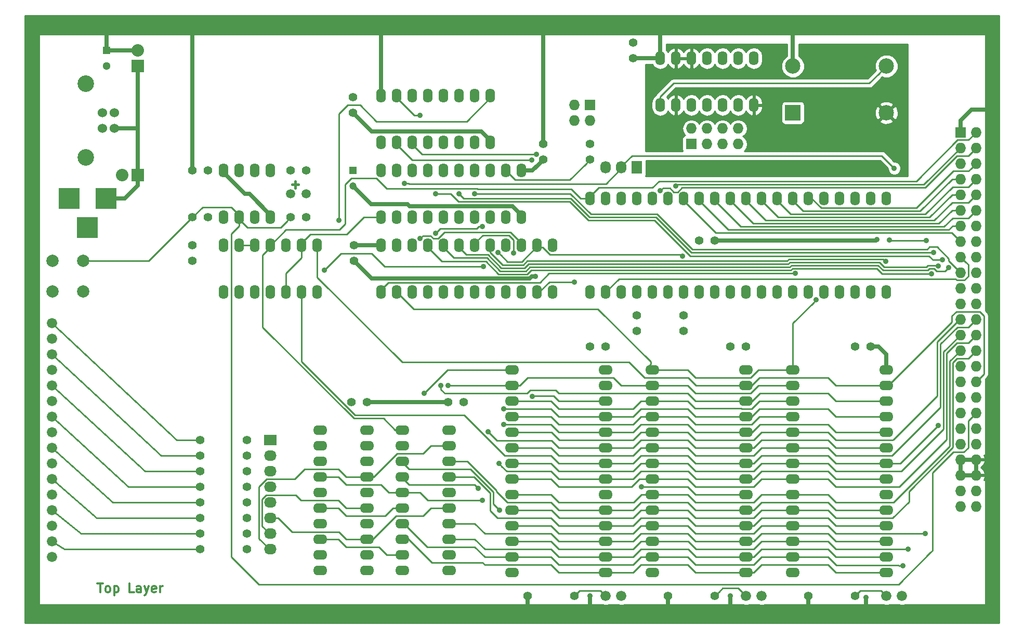
<source format=gbr>
%TF.FileFunction,Copper,L1,Top,Signal*%
%FSLAX46Y46*%
G04 Gerber Fmt 4.6, Leading zero omitted, Abs format (unit mm)*
G04 Created by KiCad (PCBNEW (2015-03-04 BZR 5473)-product) date Donnerstag, 14. April 2016 'u11' 20:11:53*
%MOMM*%
G01*
G04 APERTURE LIST*
%ADD10C,0.100000*%
%ADD11C,0.300000*%
%ADD12C,0.381000*%
%ADD13C,1.397000*%
%ADD14R,1.727200X1.727200*%
%ADD15O,1.727200X1.727200*%
%ADD16C,1.501140*%
%ADD17R,1.727200X2.032000*%
%ADD18O,1.727200X2.032000*%
%ADD19R,2.032000X1.727200*%
%ADD20O,2.032000X1.727200*%
%ADD21C,1.676400*%
%ADD22O,1.600000X2.300000*%
%ADD23R,1.200000X1.200000*%
%ADD24C,1.200000*%
%ADD25C,2.000000*%
%ADD26R,2.499360X2.499360*%
%ADD27C,2.499360*%
%ADD28O,2.300000X1.600000*%
%ADD29C,1.524000*%
%ADD30C,2.700020*%
%ADD31R,3.500120X3.500120*%
%ADD32R,2.032000X2.032000*%
%ADD33O,2.032000X2.032000*%
%ADD34R,1.300000X1.300000*%
%ADD35C,1.300000*%
%ADD36C,0.889000*%
%ADD37C,0.635000*%
%ADD38C,0.254000*%
G04 APERTURE END LIST*
D10*
D11*
X74688572Y-138878571D02*
X75545715Y-138878571D01*
X75117144Y-140378571D02*
X75117144Y-138878571D01*
X76260001Y-140378571D02*
X76117143Y-140307143D01*
X76045715Y-140235714D01*
X75974286Y-140092857D01*
X75974286Y-139664286D01*
X76045715Y-139521429D01*
X76117143Y-139450000D01*
X76260001Y-139378571D01*
X76474286Y-139378571D01*
X76617143Y-139450000D01*
X76688572Y-139521429D01*
X76760001Y-139664286D01*
X76760001Y-140092857D01*
X76688572Y-140235714D01*
X76617143Y-140307143D01*
X76474286Y-140378571D01*
X76260001Y-140378571D01*
X77402858Y-139378571D02*
X77402858Y-140878571D01*
X77402858Y-139450000D02*
X77545715Y-139378571D01*
X77831429Y-139378571D01*
X77974286Y-139450000D01*
X78045715Y-139521429D01*
X78117144Y-139664286D01*
X78117144Y-140092857D01*
X78045715Y-140235714D01*
X77974286Y-140307143D01*
X77831429Y-140378571D01*
X77545715Y-140378571D01*
X77402858Y-140307143D01*
X80617144Y-140378571D02*
X79902858Y-140378571D01*
X79902858Y-138878571D01*
X81760001Y-140378571D02*
X81760001Y-139592857D01*
X81688572Y-139450000D01*
X81545715Y-139378571D01*
X81260001Y-139378571D01*
X81117144Y-139450000D01*
X81760001Y-140307143D02*
X81617144Y-140378571D01*
X81260001Y-140378571D01*
X81117144Y-140307143D01*
X81045715Y-140164286D01*
X81045715Y-140021429D01*
X81117144Y-139878571D01*
X81260001Y-139807143D01*
X81617144Y-139807143D01*
X81760001Y-139735714D01*
X82331430Y-139378571D02*
X82688573Y-140378571D01*
X83045715Y-139378571D02*
X82688573Y-140378571D01*
X82545715Y-140735714D01*
X82474287Y-140807143D01*
X82331430Y-140878571D01*
X84188572Y-140307143D02*
X84045715Y-140378571D01*
X83760001Y-140378571D01*
X83617144Y-140307143D01*
X83545715Y-140164286D01*
X83545715Y-139592857D01*
X83617144Y-139450000D01*
X83760001Y-139378571D01*
X84045715Y-139378571D01*
X84188572Y-139450000D01*
X84260001Y-139592857D01*
X84260001Y-139735714D01*
X83545715Y-139878571D01*
X84902858Y-140378571D02*
X84902858Y-139378571D01*
X84902858Y-139664286D02*
X84974286Y-139521429D01*
X85045715Y-139450000D01*
X85188572Y-139378571D01*
X85331429Y-139378571D01*
D12*
X106375200Y-73914000D02*
X107442000Y-73914000D01*
X106934000Y-73406000D02*
X106934000Y-74447400D01*
D13*
X91440000Y-115570000D03*
X99060000Y-115570000D03*
D14*
X215265000Y-65405000D03*
D15*
X217805000Y-65405000D03*
X215265000Y-67945000D03*
X217805000Y-67945000D03*
X215265000Y-70485000D03*
X217805000Y-70485000D03*
X215265000Y-73025000D03*
X217805000Y-73025000D03*
X215265000Y-75565000D03*
X217805000Y-75565000D03*
X215265000Y-78105000D03*
X217805000Y-78105000D03*
X215265000Y-80645000D03*
X217805000Y-80645000D03*
X215265000Y-83185000D03*
X217805000Y-83185000D03*
X215265000Y-85725000D03*
X217805000Y-85725000D03*
X215265000Y-88265000D03*
X217805000Y-88265000D03*
X215265000Y-90805000D03*
X217805000Y-90805000D03*
X215265000Y-93345000D03*
X217805000Y-93345000D03*
X215265000Y-95885000D03*
X217805000Y-95885000D03*
X215265000Y-98425000D03*
X217805000Y-98425000D03*
X215265000Y-100965000D03*
X217805000Y-100965000D03*
X215265000Y-103505000D03*
X217805000Y-103505000D03*
X215265000Y-106045000D03*
X217805000Y-106045000D03*
X215265000Y-108585000D03*
X217805000Y-108585000D03*
X215265000Y-111125000D03*
X217805000Y-111125000D03*
X215265000Y-113665000D03*
X217805000Y-113665000D03*
X215265000Y-116205000D03*
X217805000Y-116205000D03*
X215265000Y-118745000D03*
X217805000Y-118745000D03*
X215265000Y-121285000D03*
X217805000Y-121285000D03*
X215265000Y-123825000D03*
X217805000Y-123825000D03*
X215265000Y-126365000D03*
X217805000Y-126365000D03*
D13*
X172720000Y-83058000D03*
X175260000Y-83058000D03*
D16*
X108712000Y-75438000D03*
X106172000Y-75438000D03*
D13*
X200660000Y-100330000D03*
X198120000Y-100330000D03*
X157480000Y-100330000D03*
X154940000Y-100330000D03*
X116459000Y-83820000D03*
X116459000Y-86360000D03*
X90170000Y-83820000D03*
X90170000Y-86360000D03*
X161925000Y-53340000D03*
X161925000Y-50800000D03*
X131826000Y-109347000D03*
X134366000Y-109347000D03*
X180340000Y-100330000D03*
X177800000Y-100330000D03*
X118618000Y-109347000D03*
X116078000Y-109347000D03*
D14*
X171450000Y-67310000D03*
D15*
X171450000Y-64770000D03*
X173990000Y-67310000D03*
X173990000Y-64770000D03*
X176530000Y-67310000D03*
X176530000Y-64770000D03*
X179070000Y-67310000D03*
X179070000Y-64770000D03*
D17*
X162560000Y-71120000D03*
D18*
X160020000Y-71120000D03*
X157480000Y-71120000D03*
D14*
X154940000Y-60960000D03*
D15*
X154940000Y-63500000D03*
X152400000Y-60960000D03*
X152400000Y-63500000D03*
D13*
X170180000Y-97790000D03*
X162560000Y-97790000D03*
X170180000Y-95250000D03*
X162560000Y-95250000D03*
X154940000Y-69850000D03*
X147320000Y-69850000D03*
X147320000Y-67310000D03*
X154940000Y-67310000D03*
X92710000Y-71628000D03*
X92710000Y-79248000D03*
X116332000Y-59690000D03*
X116332000Y-62230000D03*
D19*
X102870000Y-115570000D03*
D20*
X102870000Y-118110000D03*
X102870000Y-120650000D03*
X102870000Y-123190000D03*
X102870000Y-125730000D03*
X102870000Y-128270000D03*
X102870000Y-130810000D03*
X102870000Y-133350000D03*
D13*
X106172000Y-79248000D03*
X108712000Y-79248000D03*
X106172000Y-71628000D03*
X108712000Y-71628000D03*
X90170000Y-71628000D03*
X90170000Y-79248000D03*
D21*
X157480000Y-140970000D03*
X160020000Y-140970000D03*
X203200000Y-140970000D03*
X205740000Y-140970000D03*
X180340000Y-140970000D03*
X182880000Y-140970000D03*
D13*
X152400000Y-140970000D03*
X144780000Y-140970000D03*
X198120000Y-140970000D03*
X190500000Y-140970000D03*
X175260000Y-140970000D03*
X167640000Y-140970000D03*
D21*
X67310000Y-96520000D03*
X67310000Y-99060000D03*
X67310000Y-101600000D03*
X67310000Y-104140000D03*
X67310000Y-106680000D03*
X67310000Y-109220000D03*
X67310000Y-111760000D03*
X67310000Y-114300000D03*
X67310000Y-116840000D03*
X67310000Y-119380000D03*
X67310000Y-121920000D03*
X67310000Y-124460000D03*
X67310000Y-127000000D03*
X67310000Y-129540000D03*
X67310000Y-132080000D03*
X67310000Y-134620000D03*
D13*
X91440000Y-118110000D03*
X99060000Y-118110000D03*
X91440000Y-120650000D03*
X99060000Y-120650000D03*
X91440000Y-123190000D03*
X99060000Y-123190000D03*
X91440000Y-125730000D03*
X99060000Y-125730000D03*
X91440000Y-128270000D03*
X99060000Y-128270000D03*
X91440000Y-130810000D03*
X99060000Y-130810000D03*
X91440000Y-133350000D03*
X99060000Y-133350000D03*
D22*
X120904000Y-79248000D03*
X123444000Y-79248000D03*
X125984000Y-79248000D03*
X128524000Y-79248000D03*
X131064000Y-79248000D03*
X133604000Y-79248000D03*
X136144000Y-79248000D03*
X138684000Y-79248000D03*
X141224000Y-79248000D03*
X143764000Y-79248000D03*
X143764000Y-71628000D03*
X141224000Y-71628000D03*
X138684000Y-71628000D03*
X136144000Y-71628000D03*
X133604000Y-71628000D03*
X131064000Y-71628000D03*
X128524000Y-71628000D03*
X125984000Y-71628000D03*
X123444000Y-71628000D03*
X120904000Y-71628000D03*
X120904000Y-67056000D03*
X123444000Y-67056000D03*
X125984000Y-67056000D03*
X128524000Y-67056000D03*
X131064000Y-67056000D03*
X133604000Y-67056000D03*
X136144000Y-67056000D03*
X138684000Y-67056000D03*
X138684000Y-59436000D03*
X136144000Y-59436000D03*
X133604000Y-59436000D03*
X131064000Y-59436000D03*
X128524000Y-59436000D03*
X125984000Y-59436000D03*
X123444000Y-59436000D03*
X120904000Y-59436000D03*
D23*
X116332000Y-71628000D03*
D24*
X116332000Y-74128000D03*
D25*
X72390000Y-86360000D03*
X72390000Y-91360000D03*
X67390000Y-91360000D03*
X67390000Y-86360000D03*
D22*
X154940000Y-91440000D03*
X157480000Y-91440000D03*
X160020000Y-91440000D03*
X162560000Y-91440000D03*
X165100000Y-91440000D03*
X167640000Y-91440000D03*
X170180000Y-91440000D03*
X172720000Y-91440000D03*
X175260000Y-91440000D03*
X177800000Y-91440000D03*
X180340000Y-91440000D03*
X182880000Y-91440000D03*
X185420000Y-91440000D03*
X187960000Y-91440000D03*
X190500000Y-91440000D03*
X193040000Y-91440000D03*
X195580000Y-91440000D03*
X198120000Y-91440000D03*
X200660000Y-91440000D03*
X203200000Y-91440000D03*
X203200000Y-76200000D03*
X200660000Y-76200000D03*
X198120000Y-76200000D03*
X195580000Y-76200000D03*
X193040000Y-76200000D03*
X190500000Y-76200000D03*
X187960000Y-76200000D03*
X185420000Y-76200000D03*
X182880000Y-76200000D03*
X180340000Y-76200000D03*
X177800000Y-76200000D03*
X175260000Y-76200000D03*
X172720000Y-76200000D03*
X170180000Y-76200000D03*
X167640000Y-76200000D03*
X165100000Y-76200000D03*
X162560000Y-76200000D03*
X160020000Y-76200000D03*
X157480000Y-76200000D03*
X154940000Y-76200000D03*
X120904000Y-91440000D03*
X123444000Y-91440000D03*
X125984000Y-91440000D03*
X128524000Y-91440000D03*
X131064000Y-91440000D03*
X133604000Y-91440000D03*
X136144000Y-91440000D03*
X138684000Y-91440000D03*
X141224000Y-91440000D03*
X143764000Y-91440000D03*
X146304000Y-91440000D03*
X148844000Y-91440000D03*
X148844000Y-83820000D03*
X146304000Y-83820000D03*
X143764000Y-83820000D03*
X141224000Y-83820000D03*
X138684000Y-83820000D03*
X136144000Y-83820000D03*
X133604000Y-83820000D03*
X131064000Y-83820000D03*
X128524000Y-83820000D03*
X125984000Y-83820000D03*
X123444000Y-83820000D03*
X120904000Y-83820000D03*
D26*
X187960000Y-62230000D03*
D27*
X203200000Y-62230000D03*
X203200000Y-54610000D03*
X187960000Y-54610000D03*
D22*
X166370000Y-60960000D03*
X168910000Y-60960000D03*
X171450000Y-60960000D03*
X173990000Y-60960000D03*
X176530000Y-60960000D03*
X179070000Y-60960000D03*
X181610000Y-60960000D03*
X181610000Y-53340000D03*
X179070000Y-53340000D03*
X176530000Y-53340000D03*
X173990000Y-53340000D03*
X171450000Y-53340000D03*
X168910000Y-53340000D03*
X166370000Y-53340000D03*
X95250000Y-79248000D03*
X97790000Y-79248000D03*
X100330000Y-79248000D03*
X102870000Y-79248000D03*
X102870000Y-71628000D03*
X100330000Y-71628000D03*
X97790000Y-71628000D03*
X95250000Y-71628000D03*
X95250000Y-91440000D03*
X97790000Y-91440000D03*
X100330000Y-91440000D03*
X102870000Y-91440000D03*
X105410000Y-91440000D03*
X107950000Y-91440000D03*
X110490000Y-91440000D03*
X110490000Y-83820000D03*
X107950000Y-83820000D03*
X105410000Y-83820000D03*
X102870000Y-83820000D03*
X100330000Y-83820000D03*
X97790000Y-83820000D03*
X95250000Y-83820000D03*
D28*
X110998000Y-113919000D03*
X110998000Y-116459000D03*
X110998000Y-118999000D03*
X110998000Y-121539000D03*
X110998000Y-124079000D03*
X110998000Y-126619000D03*
X110998000Y-129159000D03*
X110998000Y-131699000D03*
X110998000Y-134239000D03*
X110998000Y-136779000D03*
X118618000Y-136779000D03*
X118618000Y-134239000D03*
X118618000Y-131699000D03*
X118618000Y-129159000D03*
X118618000Y-126619000D03*
X118618000Y-124079000D03*
X118618000Y-121539000D03*
X118618000Y-118999000D03*
X118618000Y-116459000D03*
X118618000Y-113919000D03*
X124333000Y-113919000D03*
X124333000Y-116459000D03*
X124333000Y-118999000D03*
X124333000Y-121539000D03*
X124333000Y-124079000D03*
X124333000Y-126619000D03*
X124333000Y-129159000D03*
X124333000Y-131699000D03*
X124333000Y-134239000D03*
X124333000Y-136779000D03*
X131953000Y-136779000D03*
X131953000Y-134239000D03*
X131953000Y-131699000D03*
X131953000Y-129159000D03*
X131953000Y-126619000D03*
X131953000Y-124079000D03*
X131953000Y-121539000D03*
X131953000Y-118999000D03*
X131953000Y-116459000D03*
X131953000Y-113919000D03*
X142240000Y-104140000D03*
X142240000Y-106680000D03*
X142240000Y-109220000D03*
X142240000Y-111760000D03*
X142240000Y-114300000D03*
X142240000Y-116840000D03*
X142240000Y-119380000D03*
X142240000Y-121920000D03*
X142240000Y-124460000D03*
X142240000Y-127000000D03*
X142240000Y-129540000D03*
X142240000Y-132080000D03*
X142240000Y-134620000D03*
X142240000Y-137160000D03*
X157480000Y-137160000D03*
X157480000Y-134620000D03*
X157480000Y-132080000D03*
X157480000Y-129540000D03*
X157480000Y-127000000D03*
X157480000Y-124460000D03*
X157480000Y-121920000D03*
X157480000Y-119380000D03*
X157480000Y-116840000D03*
X157480000Y-114300000D03*
X157480000Y-111760000D03*
X157480000Y-109220000D03*
X157480000Y-106680000D03*
X157480000Y-104140000D03*
X165100000Y-104140000D03*
X165100000Y-106680000D03*
X165100000Y-109220000D03*
X165100000Y-111760000D03*
X165100000Y-114300000D03*
X165100000Y-116840000D03*
X165100000Y-119380000D03*
X165100000Y-121920000D03*
X165100000Y-124460000D03*
X165100000Y-127000000D03*
X165100000Y-129540000D03*
X165100000Y-132080000D03*
X165100000Y-134620000D03*
X165100000Y-137160000D03*
X180340000Y-137160000D03*
X180340000Y-134620000D03*
X180340000Y-132080000D03*
X180340000Y-129540000D03*
X180340000Y-127000000D03*
X180340000Y-124460000D03*
X180340000Y-121920000D03*
X180340000Y-119380000D03*
X180340000Y-116840000D03*
X180340000Y-114300000D03*
X180340000Y-111760000D03*
X180340000Y-109220000D03*
X180340000Y-106680000D03*
X180340000Y-104140000D03*
X187960000Y-104140000D03*
X187960000Y-106680000D03*
X187960000Y-109220000D03*
X187960000Y-111760000D03*
X187960000Y-114300000D03*
X187960000Y-116840000D03*
X187960000Y-119380000D03*
X187960000Y-121920000D03*
X187960000Y-124460000D03*
X187960000Y-127000000D03*
X187960000Y-129540000D03*
X187960000Y-132080000D03*
X187960000Y-134620000D03*
X187960000Y-137160000D03*
X203200000Y-137160000D03*
X203200000Y-134620000D03*
X203200000Y-132080000D03*
X203200000Y-129540000D03*
X203200000Y-127000000D03*
X203200000Y-124460000D03*
X203200000Y-121920000D03*
X203200000Y-119380000D03*
X203200000Y-116840000D03*
X203200000Y-114300000D03*
X203200000Y-111760000D03*
X203200000Y-109220000D03*
X203200000Y-106680000D03*
X203200000Y-104140000D03*
D29*
X77470000Y-62230000D03*
X77470000Y-64770000D03*
X75471020Y-64770000D03*
X75471020Y-62230000D03*
D30*
X72771000Y-57500520D03*
X72771000Y-69499480D03*
D31*
X76050140Y-76200000D03*
X70050660Y-76200000D03*
X73050400Y-80899000D03*
D32*
X81280000Y-72390000D03*
D33*
X78740000Y-72390000D03*
D32*
X81280000Y-54610000D03*
D33*
X81280000Y-52070000D03*
D34*
X76200000Y-52070000D03*
D35*
X76200000Y-54570000D03*
D36*
X146050000Y-88900000D03*
X201677226Y-82857188D03*
X177800000Y-140970000D03*
X154940000Y-140970000D03*
X199898000Y-141224000D03*
X124714000Y-73723480D03*
X209677000Y-83032580D03*
X204469999Y-71247000D03*
X203708000Y-82931004D03*
X139954010Y-84965388D03*
X137560935Y-87248980D03*
X111633000Y-87884000D03*
X169990412Y-85534420D03*
X211670868Y-113170639D03*
X211638006Y-87146314D03*
X213304650Y-87472110D03*
X168910000Y-74168000D03*
X166370000Y-74930000D03*
X205865572Y-136008489D03*
X136722566Y-123456232D03*
X206756000Y-133350000D03*
X140208000Y-127000000D03*
X209550000Y-130810000D03*
X145414979Y-69901892D03*
X136144000Y-75374480D03*
X210908900Y-84988400D03*
X133616700Y-75438039D03*
X129794000Y-75438000D03*
X212289124Y-86206888D03*
X210557969Y-88455480D03*
X146177000Y-68960996D03*
X152400004Y-89789000D03*
X140843000Y-110490000D03*
X140843000Y-113030000D03*
X140081000Y-119380000D03*
X138303000Y-114173000D03*
X131762470Y-106680000D03*
X130619457Y-106680000D03*
X191770000Y-92710000D03*
X188328780Y-88404240D03*
X203054348Y-86404018D03*
X142494000Y-85090000D03*
X163321994Y-123190000D03*
X127889000Y-107950000D03*
X145483223Y-108394480D03*
X137414000Y-125349000D03*
X127254004Y-82674606D03*
X127254000Y-62611000D03*
X114046000Y-79756000D03*
X129777051Y-81867146D03*
X137414000Y-80772000D03*
D37*
X116931999Y-74727999D02*
X116332000Y-74128000D01*
X119290625Y-77086625D02*
X116931999Y-74727999D01*
X142272510Y-77406510D02*
X125521571Y-77406510D01*
X143764000Y-78898000D02*
X142272510Y-77406510D01*
X125521571Y-77406510D02*
X125201686Y-77086625D01*
X125201686Y-77086625D02*
X119290625Y-77086625D01*
X143764000Y-79248000D02*
X143764000Y-78898000D01*
X145421383Y-88900000D02*
X146050000Y-88900000D01*
X145110903Y-89210480D02*
X145421383Y-88900000D01*
X116459000Y-86360000D02*
X119309480Y-89210480D01*
X119309480Y-89210480D02*
X145110903Y-89210480D01*
X116332000Y-62230000D02*
X119373000Y-65271000D01*
X119373000Y-65271000D02*
X137249000Y-65271000D01*
X137249000Y-65271000D02*
X138684000Y-66706000D01*
X138684000Y-66706000D02*
X138684000Y-67056000D01*
X201476414Y-83058000D02*
X201677226Y-82857188D01*
X175260000Y-83058000D02*
X201476414Y-83058000D01*
X110490000Y-91567000D02*
X110490000Y-91440000D01*
X90170000Y-71628000D02*
X90170000Y-49022000D01*
X116459000Y-83820000D02*
X120904000Y-83820000D01*
X146621501Y-70548499D02*
X147320000Y-69850000D01*
X145542000Y-71628000D02*
X146621501Y-70548499D01*
X143764000Y-71628000D02*
X145542000Y-71628000D01*
X141224000Y-79248000D02*
X140973608Y-79248000D01*
X177800000Y-143510000D02*
X177800000Y-140970000D01*
X144780000Y-140970000D02*
X144780000Y-143510000D01*
X167640000Y-140970000D02*
X167640000Y-143510000D01*
X154940000Y-143510000D02*
X154940000Y-140970000D01*
X190500000Y-140970000D02*
X190500000Y-143510000D01*
X199898000Y-143637000D02*
X199898000Y-141852617D01*
X199898000Y-141852617D02*
X199898000Y-141224000D01*
X118618000Y-109347000D02*
X131826000Y-109347000D01*
X215265000Y-65405000D02*
X215265000Y-63500000D01*
X217043000Y-61722000D02*
X219837000Y-61722000D01*
X215265000Y-63500000D02*
X217043000Y-61722000D01*
X187960000Y-54610000D02*
X187960000Y-48006000D01*
X166370000Y-53340000D02*
X161925000Y-53340000D01*
X215265000Y-121285000D02*
X217805000Y-121285000D01*
X217805000Y-121285000D02*
X217805000Y-118745000D01*
X217805000Y-118745000D02*
X215265000Y-118745000D01*
X215265000Y-118745000D02*
X215265000Y-121285000D01*
X166370000Y-53340000D02*
X166370000Y-51562000D01*
X166370000Y-51562000D02*
X166370000Y-48895000D01*
X120904000Y-59436000D02*
X120904000Y-48488600D01*
X95250000Y-71272400D02*
X95250000Y-71628000D01*
X102870000Y-78892400D02*
X99415600Y-75438000D01*
X102870000Y-79248000D02*
X102870000Y-78892400D01*
X98704400Y-75438000D02*
X95250000Y-71983600D01*
X95250000Y-71983600D02*
X95250000Y-71628000D01*
X99415600Y-75438000D02*
X98704400Y-75438000D01*
X147320000Y-67310000D02*
X147320000Y-66322172D01*
X147320000Y-66322172D02*
X147320000Y-48895000D01*
X203200000Y-101600000D02*
X203200000Y-104140000D01*
X201930000Y-100330000D02*
X203200000Y-101600000D01*
X200660000Y-100330000D02*
X201930000Y-100330000D01*
X76200000Y-52070000D02*
X76200000Y-50785000D01*
X76200000Y-50785000D02*
X76200000Y-49022000D01*
X81280000Y-52070000D02*
X76200000Y-52070000D01*
D38*
X125406137Y-73787000D02*
X125342617Y-73723480D01*
X125342617Y-73723480D02*
X124714000Y-73723480D01*
X157505400Y-73787000D02*
X125406137Y-73787000D01*
X160020000Y-71120000D02*
X160020000Y-71272400D01*
X160020000Y-71272400D02*
X157505400Y-73787000D01*
X202437999Y-69215000D02*
X204025500Y-70802501D01*
X161772600Y-69215000D02*
X202437999Y-69215000D01*
X204025500Y-70802501D02*
X204469999Y-71247000D01*
X160020000Y-70967600D02*
X161772600Y-69215000D01*
X160020000Y-71120000D02*
X160020000Y-70967600D01*
X105410000Y-88392000D02*
X107950000Y-85852000D01*
X107950000Y-85852000D02*
X107950000Y-83820000D01*
X105410000Y-91440000D02*
X105410000Y-88392000D01*
X159392544Y-71120000D02*
X160020000Y-71120000D01*
X119850000Y-79248000D02*
X120904000Y-79248000D01*
X118066434Y-79248000D02*
X119850000Y-79248000D01*
X115272434Y-82042000D02*
X118066434Y-79248000D01*
X109372400Y-82042000D02*
X115272434Y-82042000D01*
X107950000Y-83464400D02*
X109372400Y-82042000D01*
X107950000Y-83820000D02*
X107950000Y-83464400D01*
X209677000Y-83032580D02*
X203809576Y-83032580D01*
X203809576Y-83032580D02*
X203708000Y-82931004D01*
X102895400Y-83794600D02*
X105410000Y-81280000D01*
X114134903Y-81269839D02*
X115062000Y-80342742D01*
X105410000Y-81280000D02*
X109982000Y-81280000D01*
X153416000Y-76200000D02*
X154940000Y-76200000D01*
X109982000Y-81280000D02*
X109971839Y-81269839D01*
X135747759Y-74548979D02*
X136540241Y-74548979D01*
X109971839Y-81269839D02*
X114134903Y-81269839D01*
X115062000Y-80342742D02*
X115062000Y-73914000D01*
X116078000Y-72898000D02*
X120153800Y-72898000D01*
X115062000Y-73914000D02*
X116078000Y-72898000D01*
X120153800Y-72898000D02*
X121804800Y-74549000D01*
X121804800Y-74549000D02*
X135747738Y-74549000D01*
X135747738Y-74549000D02*
X135747759Y-74548979D01*
X136540241Y-74548979D02*
X136603781Y-74612519D01*
X136603781Y-74612519D02*
X151828519Y-74612519D01*
X151828519Y-74612519D02*
X153416000Y-76200000D01*
X124206000Y-113919000D02*
X123190000Y-113919000D01*
X123190000Y-113919000D02*
X121285000Y-112014000D01*
X121285000Y-112014000D02*
X116459000Y-112014000D01*
X116459000Y-112014000D02*
X101600000Y-97155000D01*
X101600000Y-97155000D02*
X101600000Y-85445600D01*
X101600000Y-85445600D02*
X102870000Y-84175600D01*
X102870000Y-84175600D02*
X102870000Y-83820000D01*
X102870000Y-83820000D02*
X102870000Y-84328000D01*
X102870000Y-83820000D02*
X102870000Y-84201000D01*
X156368000Y-74422000D02*
X154940000Y-75850000D01*
X208089501Y-73342499D02*
X166179501Y-73342499D01*
X165100000Y-74422000D02*
X156368000Y-74422000D01*
X214782399Y-66649601D02*
X208089501Y-73342499D01*
X166179501Y-73342499D02*
X165100000Y-74422000D01*
X216560399Y-66649601D02*
X214782399Y-66649601D01*
X154940000Y-75850000D02*
X154940000Y-76200000D01*
X217805000Y-65405000D02*
X216560399Y-66649601D01*
X148354810Y-85351010D02*
X169806010Y-85351010D01*
X169806010Y-85351010D02*
X169926000Y-85471000D01*
X169926992Y-85471000D02*
X169990412Y-85534420D01*
X169926000Y-85471000D02*
X169926992Y-85471000D01*
X147179400Y-84175600D02*
X148354810Y-85351010D01*
X146304000Y-84175600D02*
X147179400Y-84175600D01*
X146304000Y-84175600D02*
X146147034Y-84175600D01*
X146147034Y-84175600D02*
X143842702Y-86479932D01*
X143842702Y-86479932D02*
X141468553Y-86479931D01*
X141468553Y-86479931D02*
X140398509Y-85409887D01*
X140398509Y-85409887D02*
X139954010Y-84965388D01*
X136932318Y-87248980D02*
X137560935Y-87248980D01*
X111633000Y-87884000D02*
X114363499Y-85153501D01*
X119390163Y-85153501D02*
X121485642Y-87248980D01*
X121485642Y-87248980D02*
X136932318Y-87248980D01*
X114363499Y-85153501D02*
X119390163Y-85153501D01*
X146304000Y-83820000D02*
X146304000Y-84175600D01*
X102870000Y-91084400D02*
X102870000Y-91440000D01*
X102870000Y-91795600D02*
X102870000Y-91440000D01*
X97790000Y-91440000D02*
X97790000Y-91795600D01*
X213875084Y-81795084D02*
X214401401Y-82321401D01*
X184525924Y-81788086D02*
X184532922Y-81795084D01*
X214401401Y-82321401D02*
X215265000Y-83185000D01*
X175418086Y-81788086D02*
X184525924Y-81788086D01*
X184532922Y-81795084D02*
X213875084Y-81795084D01*
X170180000Y-76550000D02*
X175418086Y-81788086D01*
X170180000Y-76200000D02*
X170180000Y-76550000D01*
X107950000Y-92837000D02*
X107950000Y-91440000D01*
X141048742Y-118110000D02*
X134444732Y-111505990D01*
X107950000Y-102786566D02*
X107950000Y-92837000D01*
X116669424Y-111505990D02*
X107950000Y-102786566D01*
X148590000Y-118110000D02*
X141048742Y-118110000D01*
X149860000Y-119380000D02*
X148590000Y-118110000D01*
X134444732Y-111505990D02*
X116669424Y-111505990D01*
X157480000Y-119380000D02*
X149860000Y-119380000D01*
X172085000Y-119380000D02*
X180340000Y-119380000D01*
X163195000Y-118110000D02*
X170815000Y-118110000D01*
X161925000Y-119380000D02*
X163195000Y-118110000D01*
X170815000Y-118110000D02*
X172085000Y-119380000D01*
X157480000Y-119380000D02*
X161925000Y-119380000D01*
X194945000Y-119380000D02*
X203200000Y-119380000D01*
X193675000Y-118110000D02*
X194945000Y-119380000D01*
X182880000Y-118110000D02*
X193675000Y-118110000D01*
X181610000Y-119380000D02*
X182880000Y-118110000D01*
X180340000Y-119380000D02*
X181610000Y-119380000D01*
X211226369Y-113615138D02*
X211670868Y-113170639D01*
X203200000Y-119380000D02*
X205461507Y-119380000D01*
X205461507Y-119380000D02*
X211226369Y-113615138D01*
X134785019Y-85351019D02*
X138321585Y-85351019D01*
X202858867Y-87375999D02*
X209697274Y-87375999D01*
X209951304Y-87121969D02*
X211613661Y-87121969D01*
X209697274Y-87375999D02*
X209951304Y-87121969D01*
X140466515Y-87495949D02*
X144263553Y-87495948D01*
X211613661Y-87121969D02*
X211638006Y-87146314D01*
X169835100Y-86867950D02*
X187206442Y-86867950D01*
X169835041Y-86868009D02*
X169835100Y-86867950D01*
X187206442Y-86867950D02*
X187523911Y-86550481D01*
X144891491Y-86868010D02*
X169835041Y-86868009D01*
X133604000Y-84170000D02*
X134785019Y-85351019D01*
X187523911Y-86550481D02*
X202033351Y-86550483D01*
X133604000Y-83820000D02*
X133604000Y-84170000D01*
X144263553Y-87495948D02*
X144891491Y-86868010D01*
X202033351Y-86550483D02*
X202858867Y-87375999D01*
X138321585Y-85351019D02*
X140466515Y-87495949D01*
X215138000Y-93472000D02*
X215265000Y-93345000D01*
X132753028Y-85859028D02*
X138111161Y-85859029D01*
X140256091Y-88003959D02*
X144473978Y-88003957D01*
X145101917Y-87376018D02*
X170045466Y-87376018D01*
X209907699Y-87884008D02*
X210161728Y-87629979D01*
X138111161Y-85859029D02*
X140256091Y-88003959D01*
X131064000Y-84170000D02*
X132753028Y-85859028D01*
X170045524Y-87375960D02*
X187416867Y-87375959D01*
X131064000Y-83820000D02*
X131064000Y-84170000D01*
X212860151Y-87916609D02*
X213304650Y-87472110D01*
X187416867Y-87375959D02*
X187734335Y-87058491D01*
X144473978Y-88003957D02*
X145101917Y-87376018D01*
X201822926Y-87058492D02*
X202648443Y-87884009D01*
X170045466Y-87376018D02*
X170045524Y-87375960D01*
X212717521Y-88059239D02*
X212860151Y-87916609D01*
X210954210Y-87629979D02*
X211383470Y-88059239D01*
X202648443Y-87884009D02*
X209907699Y-87884008D01*
X210161728Y-87629979D02*
X210954210Y-87629979D01*
X187734335Y-87058491D02*
X201822926Y-87058492D01*
X211383470Y-88059239D02*
X212717521Y-88059239D01*
X181229000Y-106680000D02*
X180340000Y-106680000D01*
X182499000Y-105410000D02*
X181229000Y-106680000D01*
X193675000Y-105410000D02*
X182499000Y-105410000D01*
X194945000Y-106680000D02*
X193675000Y-105410000D01*
X203200000Y-106680000D02*
X194945000Y-106680000D01*
X219049601Y-104800399D02*
X218668599Y-105181401D01*
X219049601Y-95287591D02*
X219049601Y-104800399D01*
X214569853Y-94640399D02*
X218402409Y-94640399D01*
X213868000Y-95342252D02*
X214569853Y-94640399D01*
X213868000Y-96362000D02*
X213868000Y-95342252D01*
X218402409Y-94640399D02*
X219049601Y-95287591D01*
X203550000Y-106680000D02*
X213868000Y-96362000D01*
X218668599Y-105181401D02*
X217805000Y-106045000D01*
X203200000Y-106680000D02*
X203550000Y-106680000D01*
X178936000Y-106680000D02*
X180340000Y-106680000D01*
X172168434Y-106680000D02*
X178936000Y-106680000D01*
X170898434Y-105410000D02*
X172168434Y-106680000D01*
X163830000Y-105410000D02*
X170898434Y-105410000D01*
X161290000Y-102870000D02*
X163830000Y-105410000D01*
X124333000Y-102870000D02*
X161290000Y-102870000D01*
X110490000Y-89027000D02*
X124333000Y-102870000D01*
X110490000Y-83820000D02*
X110490000Y-89027000D01*
X215138000Y-67818000D02*
X215265000Y-67945000D01*
X167640000Y-91084400D02*
X167640000Y-91440000D01*
X169164010Y-73913990D02*
X168910000Y-74168000D01*
X209296010Y-73913990D02*
X169164010Y-73913990D01*
X215265000Y-67945000D02*
X209296010Y-73913990D01*
X162560000Y-91084400D02*
X162560000Y-91440000D01*
X214688035Y-69240399D02*
X209506434Y-74422000D01*
X169937800Y-74422000D02*
X169239283Y-75120517D01*
X216509601Y-69240399D02*
X214688035Y-69240399D01*
X217805000Y-67945000D02*
X216509601Y-69240399D01*
X209506434Y-74422000D02*
X169937800Y-74422000D01*
X169239283Y-75120517D02*
X168580717Y-75120517D01*
X168580717Y-75120517D02*
X167945701Y-74485501D01*
X167945701Y-74485501D02*
X166814499Y-74485501D01*
X166814499Y-74485501D02*
X166370000Y-74930000D01*
X157480000Y-91440000D02*
X159639000Y-89281000D01*
X216509601Y-88862409D02*
X216509601Y-86969601D01*
X159639000Y-89281000D02*
X214438990Y-89281000D01*
X216509601Y-86969601D02*
X216128599Y-86588599D01*
X214438990Y-89281000D02*
X214667591Y-89509601D01*
X214667591Y-89509601D02*
X215862409Y-89509601D01*
X216128599Y-86588599D02*
X215265000Y-85725000D01*
X215862409Y-89509601D02*
X216509601Y-88862409D01*
X215138000Y-85852000D02*
X215265000Y-85725000D01*
X154241501Y-70548499D02*
X154940000Y-69850000D01*
X151630990Y-73159010D02*
X154241501Y-70548499D01*
X142755010Y-73159010D02*
X151630990Y-73159010D01*
X141224000Y-71628000D02*
X142755010Y-73159010D01*
X156076000Y-127000000D02*
X157480000Y-127000000D01*
X148590000Y-125730000D02*
X149860000Y-127000000D01*
X149860000Y-127000000D02*
X156076000Y-127000000D01*
X139700020Y-123775076D02*
X139700020Y-123940219D01*
X139700020Y-123940219D02*
X141489800Y-125730000D01*
X134923944Y-118999000D02*
X139700020Y-123775076D01*
X141489800Y-125730000D02*
X148590000Y-125730000D01*
X131826000Y-118999000D02*
X134923944Y-118999000D01*
X203200000Y-127000000D02*
X203555600Y-127000000D01*
X172085000Y-127000000D02*
X180340000Y-127000000D01*
X170815000Y-125730000D02*
X172085000Y-127000000D01*
X163195000Y-125730000D02*
X170815000Y-125730000D01*
X161925000Y-127000000D02*
X163195000Y-125730000D01*
X157480000Y-127000000D02*
X161925000Y-127000000D01*
X181610000Y-127000000D02*
X180340000Y-127000000D01*
X193675000Y-125730000D02*
X182880000Y-125730000D01*
X194945000Y-127000000D02*
X193675000Y-125730000D01*
X182880000Y-125730000D02*
X181610000Y-127000000D01*
X203200000Y-127000000D02*
X194945000Y-127000000D01*
X214071361Y-71729601D02*
X216560399Y-71729601D01*
X208069952Y-77731010D02*
X214071361Y-71729601D01*
X192550810Y-77731010D02*
X208069952Y-77731010D01*
X216941401Y-71348599D02*
X217805000Y-70485000D01*
X190500000Y-76200000D02*
X191019800Y-76200000D01*
X216560399Y-71729601D02*
X216941401Y-71348599D01*
X191019800Y-76200000D02*
X192550810Y-77731010D01*
X148590000Y-128270000D02*
X149860000Y-129540000D01*
X149860000Y-129540000D02*
X156076000Y-129540000D01*
X136027076Y-121539000D02*
X138684000Y-124195924D01*
X131826000Y-121539000D02*
X136027076Y-121539000D01*
X138684000Y-124195924D02*
X138684000Y-127078742D01*
X138684000Y-127078742D02*
X139875258Y-128270000D01*
X139875258Y-128270000D02*
X148590000Y-128270000D01*
X156076000Y-129540000D02*
X157480000Y-129540000D01*
X215069034Y-73025000D02*
X215265000Y-73025000D01*
X203200000Y-129540000D02*
X203555600Y-129540000D01*
X178943000Y-129540000D02*
X180340000Y-129540000D01*
X172085000Y-129540000D02*
X178943000Y-129540000D01*
X170815000Y-128270000D02*
X172085000Y-129540000D01*
X163195000Y-128270000D02*
X170815000Y-128270000D01*
X161925000Y-129540000D02*
X163195000Y-128270000D01*
X157480000Y-129540000D02*
X161925000Y-129540000D01*
X194945000Y-129540000D02*
X203200000Y-129540000D01*
X193675000Y-128270000D02*
X194945000Y-129540000D01*
X182880000Y-128270000D02*
X193675000Y-128270000D01*
X181610000Y-129540000D02*
X182880000Y-128270000D01*
X180340000Y-129540000D02*
X181610000Y-129540000D01*
X208697547Y-78239019D02*
X213911566Y-73025000D01*
X189649019Y-78239019D02*
X208697547Y-78239019D01*
X187960000Y-76550000D02*
X189649019Y-78239019D01*
X187960000Y-76200000D02*
X187960000Y-76550000D01*
X214043686Y-73025000D02*
X215265000Y-73025000D01*
X213911566Y-73025000D02*
X214043686Y-73025000D01*
X157480000Y-132080000D02*
X157124400Y-132080000D01*
X163195000Y-130810000D02*
X161925000Y-132080000D01*
X170815000Y-130810000D02*
X163195000Y-130810000D01*
X172085000Y-132080000D02*
X170815000Y-130810000D01*
X158884000Y-132080000D02*
X157480000Y-132080000D01*
X161925000Y-132080000D02*
X158884000Y-132080000D01*
X180340000Y-132080000D02*
X172085000Y-132080000D01*
X194945000Y-132080000D02*
X203200000Y-132080000D01*
X193675000Y-130810000D02*
X194945000Y-132080000D01*
X181610000Y-132080000D02*
X182880000Y-130810000D01*
X182880000Y-130810000D02*
X193675000Y-130810000D01*
X180340000Y-132080000D02*
X181610000Y-132080000D01*
X136144000Y-129159000D02*
X131826000Y-129159000D01*
X137795000Y-130810000D02*
X136144000Y-129159000D01*
X148590000Y-130810000D02*
X137795000Y-130810000D01*
X149860000Y-132080000D02*
X148590000Y-130810000D01*
X157480000Y-132080000D02*
X149860000Y-132080000D01*
X216941401Y-73888599D02*
X217805000Y-73025000D01*
X209542971Y-78747029D02*
X213969601Y-74320399D01*
X185420000Y-76200000D02*
X185420000Y-76550000D01*
X185420000Y-76550000D02*
X187617029Y-78747029D01*
X216509601Y-74320399D02*
X216941401Y-73888599D01*
X213969601Y-74320399D02*
X216509601Y-74320399D01*
X187617029Y-78747029D02*
X209542971Y-78747029D01*
X203200000Y-134620000D02*
X203555600Y-134620000D01*
X158884000Y-134620000D02*
X157480000Y-134620000D01*
X161925000Y-134620000D02*
X158884000Y-134620000D01*
X163195000Y-133350000D02*
X161925000Y-134620000D01*
X170898434Y-133350000D02*
X163195000Y-133350000D01*
X172168434Y-134620000D02*
X170898434Y-133350000D01*
X180340000Y-134620000D02*
X172168434Y-134620000D01*
X194945000Y-134620000D02*
X203200000Y-134620000D01*
X193675000Y-133350000D02*
X194945000Y-134620000D01*
X182880000Y-133350000D02*
X193675000Y-133350000D01*
X181610000Y-134620000D02*
X182880000Y-133350000D01*
X180340000Y-134620000D02*
X181610000Y-134620000D01*
X156083000Y-134620000D02*
X157480000Y-134620000D01*
X149860000Y-134620000D02*
X156083000Y-134620000D01*
X148590000Y-133350000D02*
X149860000Y-134620000D01*
X137795000Y-133350000D02*
X148590000Y-133350000D01*
X136144000Y-131699000D02*
X137795000Y-133350000D01*
X131826000Y-131699000D02*
X136144000Y-131699000D01*
X214043686Y-75565000D02*
X215265000Y-75565000D01*
X185585038Y-79255038D02*
X210221528Y-79255038D01*
X182880000Y-76550000D02*
X185585038Y-79255038D01*
X210221528Y-79255038D02*
X213911566Y-75565000D01*
X182880000Y-76200000D02*
X182880000Y-76550000D01*
X213911566Y-75565000D02*
X214043686Y-75565000D01*
X203200000Y-137160000D02*
X203555600Y-137160000D01*
X118618000Y-134239000D02*
X118973600Y-134239000D01*
X178936000Y-137160000D02*
X180340000Y-137160000D01*
X172085000Y-137160000D02*
X178936000Y-137160000D01*
X170815000Y-135890000D02*
X172085000Y-137160000D01*
X163195000Y-135890000D02*
X170815000Y-135890000D01*
X161925000Y-137160000D02*
X163195000Y-135890000D01*
X157480000Y-137160000D02*
X161925000Y-137160000D01*
X194945000Y-137160000D02*
X203200000Y-137160000D01*
X182880000Y-135890000D02*
X193675000Y-135890000D01*
X193675000Y-135890000D02*
X194945000Y-137160000D01*
X181610000Y-137160000D02*
X182880000Y-135890000D01*
X180340000Y-137160000D02*
X181610000Y-137160000D01*
X156083000Y-137160000D02*
X157480000Y-137160000D01*
X148590000Y-135890000D02*
X149860000Y-137160000D01*
X137795000Y-135890000D02*
X148590000Y-135890000D01*
X137414000Y-135509000D02*
X137795000Y-135890000D01*
X129159000Y-135509000D02*
X137414000Y-135509000D01*
X125349000Y-131699000D02*
X129159000Y-135509000D01*
X149860000Y-137160000D02*
X156083000Y-137160000D01*
X124206000Y-131699000D02*
X125349000Y-131699000D01*
X216941401Y-76428599D02*
X217805000Y-75565000D01*
X216509601Y-76860399D02*
X216941401Y-76428599D01*
X185374614Y-79763048D02*
X210983518Y-79763048D01*
X183546044Y-79756044D02*
X185367612Y-79756046D01*
X180340000Y-76200000D02*
X180340000Y-76550000D01*
X213886167Y-76860399D02*
X216509601Y-76860399D01*
X180340000Y-76550000D02*
X183546044Y-79756044D01*
X185367612Y-79756046D02*
X185374614Y-79763048D01*
X210983518Y-79763048D02*
X213886167Y-76860399D01*
X142240000Y-134620000D02*
X141884400Y-134620000D01*
X163703000Y-134620000D02*
X165100000Y-134620000D01*
X163195000Y-134620000D02*
X163703000Y-134620000D01*
X161925000Y-135890000D02*
X163195000Y-134620000D01*
X149860000Y-135890000D02*
X161925000Y-135890000D01*
X148590000Y-134620000D02*
X149860000Y-135890000D01*
X142240000Y-134620000D02*
X148590000Y-134620000D01*
X182880000Y-134620000D02*
X187960000Y-134620000D01*
X181610000Y-135890000D02*
X182880000Y-134620000D01*
X172085000Y-135890000D02*
X181610000Y-135890000D01*
X170815000Y-134620000D02*
X172085000Y-135890000D01*
X165100000Y-134620000D02*
X170815000Y-134620000D01*
X205236955Y-136008489D02*
X205865572Y-136008489D01*
X187960000Y-134620000D02*
X193675000Y-134620000D01*
X195020731Y-135965731D02*
X205194197Y-135965731D01*
X205194197Y-135965731D02*
X205236955Y-136008489D01*
X193675000Y-134620000D02*
X195020731Y-135965731D01*
X137795000Y-134620000D02*
X140843000Y-134620000D01*
X128371600Y-132969000D02*
X136144000Y-132969000D01*
X136144000Y-132969000D02*
X137795000Y-134620000D01*
X124561600Y-129159000D02*
X128371600Y-132969000D01*
X140843000Y-134620000D02*
X142240000Y-134620000D01*
X124206000Y-129159000D02*
X124561600Y-129159000D01*
X214043686Y-78105000D02*
X215265000Y-78105000D01*
X185164190Y-80271058D02*
X211745508Y-80271058D01*
X181514054Y-80264054D02*
X185157187Y-80264055D01*
X177800000Y-76550000D02*
X181514054Y-80264054D01*
X177800000Y-76200000D02*
X177800000Y-76550000D01*
X211745508Y-80271058D02*
X213911566Y-78105000D01*
X213911566Y-78105000D02*
X214043686Y-78105000D01*
X185157187Y-80264055D02*
X185164190Y-80271058D01*
X124206000Y-121539000D02*
X125476000Y-122809000D01*
X125476000Y-122809000D02*
X136075334Y-122809000D01*
X136278067Y-123011733D02*
X136722566Y-123456232D01*
X136075334Y-122809000D02*
X136278067Y-123011733D01*
X142240000Y-132080000D02*
X141884400Y-132080000D01*
X163703000Y-132080000D02*
X165100000Y-132080000D01*
X163195000Y-132080000D02*
X163703000Y-132080000D01*
X149860000Y-133350000D02*
X161925000Y-133350000D01*
X148590000Y-132080000D02*
X149860000Y-133350000D01*
X161925000Y-133350000D02*
X163195000Y-132080000D01*
X142240000Y-132080000D02*
X148590000Y-132080000D01*
X182880000Y-132080000D02*
X187960000Y-132080000D01*
X181610000Y-133350000D02*
X182880000Y-132080000D01*
X172168434Y-133350000D02*
X181610000Y-133350000D01*
X170898434Y-132080000D02*
X172168434Y-133350000D01*
X165100000Y-132080000D02*
X170898434Y-132080000D01*
X194945000Y-133350000D02*
X206127383Y-133350000D01*
X206127383Y-133350000D02*
X206756000Y-133350000D01*
X193675000Y-132080000D02*
X194945000Y-133350000D01*
X187960000Y-132080000D02*
X193675000Y-132080000D01*
X216941401Y-78968599D02*
X217805000Y-78105000D01*
X216509601Y-79400399D02*
X216941401Y-78968599D01*
X184946762Y-80772064D02*
X184953766Y-80779068D01*
X179482064Y-80772064D02*
X184946762Y-80772064D01*
X175260000Y-76550000D02*
X179482064Y-80772064D01*
X175260000Y-76200000D02*
X175260000Y-76550000D01*
X184953766Y-80779068D02*
X212590932Y-80779068D01*
X213969601Y-79400399D02*
X216509601Y-79400399D01*
X212590932Y-80779068D02*
X213969601Y-79400399D01*
X124206000Y-118999000D02*
X125476000Y-120269000D01*
X139192010Y-125984010D02*
X139763501Y-126555501D01*
X139763501Y-126555501D02*
X140208000Y-127000000D01*
X139192010Y-123985500D02*
X139192010Y-125984010D01*
X135475510Y-120269000D02*
X139192010Y-123985500D01*
X125476000Y-120269000D02*
X135475510Y-120269000D01*
X142240000Y-129540000D02*
X141884400Y-129540000D01*
X163195000Y-129540000D02*
X165100000Y-129540000D01*
X161925000Y-130810000D02*
X163195000Y-129540000D01*
X149860000Y-130810000D02*
X161925000Y-130810000D01*
X148590000Y-129540000D02*
X149860000Y-130810000D01*
X142240000Y-129540000D02*
X148590000Y-129540000D01*
X182880000Y-129540000D02*
X187960000Y-129540000D01*
X181610000Y-130810000D02*
X182880000Y-129540000D01*
X172085000Y-130810000D02*
X181610000Y-130810000D01*
X170815000Y-129540000D02*
X172085000Y-130810000D01*
X165100000Y-129540000D02*
X170815000Y-129540000D01*
X208921383Y-130810000D02*
X209550000Y-130810000D01*
X194945000Y-130810000D02*
X208921383Y-130810000D01*
X193675000Y-129540000D02*
X194945000Y-130810000D01*
X187960000Y-129540000D02*
X193675000Y-129540000D01*
X213995000Y-80645000D02*
X215265000Y-80645000D01*
X184743342Y-81287078D02*
X213352922Y-81287078D01*
X177450076Y-81280076D02*
X184736340Y-81280076D01*
X172720000Y-76550000D02*
X177450076Y-81280076D01*
X213352922Y-81287078D02*
X213995000Y-80645000D01*
X184736340Y-81280076D02*
X184743342Y-81287078D01*
X172720000Y-76200000D02*
X172720000Y-76550000D01*
X123444000Y-67056000D02*
X123444000Y-67406000D01*
X123444000Y-67406000D02*
X125939892Y-69901892D01*
X144786362Y-69901892D02*
X145414979Y-69901892D01*
X125939892Y-69901892D02*
X144786362Y-69901892D01*
X148844000Y-83464400D02*
X148844000Y-83820000D01*
X163195000Y-116840000D02*
X165100000Y-116840000D01*
X161925000Y-118110000D02*
X163195000Y-116840000D01*
X149860000Y-118110000D02*
X161925000Y-118110000D01*
X148590000Y-116840000D02*
X149860000Y-118110000D01*
X142240000Y-116840000D02*
X148590000Y-116840000D01*
X182880000Y-116840000D02*
X187960000Y-116840000D01*
X181610000Y-118110000D02*
X182880000Y-116840000D01*
X172085000Y-118110000D02*
X181610000Y-118110000D01*
X170815000Y-116840000D02*
X172085000Y-118110000D01*
X165100000Y-116840000D02*
X170815000Y-116840000D01*
X193675000Y-116840000D02*
X189364000Y-116840000D01*
X194945000Y-118110000D02*
X193675000Y-116840000D01*
X189364000Y-116840000D02*
X187960000Y-116840000D01*
X204089000Y-118110000D02*
X194945000Y-118110000D01*
X211988359Y-110210642D02*
X204089000Y-118110000D01*
X211988359Y-99923641D02*
X211988359Y-110210642D01*
X216509601Y-97180399D02*
X214731601Y-97180399D01*
X214731601Y-97180399D02*
X211988359Y-99923641D01*
X217805000Y-95885000D02*
X216509601Y-97180399D01*
X163195000Y-119380000D02*
X165100000Y-119380000D01*
X161925000Y-120650000D02*
X163195000Y-119380000D01*
X149860000Y-120650000D02*
X161925000Y-120650000D01*
X148590000Y-119380000D02*
X149860000Y-120650000D01*
X142240000Y-119380000D02*
X148590000Y-119380000D01*
X182880000Y-119380000D02*
X187960000Y-119380000D01*
X181610000Y-120650000D02*
X182880000Y-119380000D01*
X172085000Y-120650000D02*
X181610000Y-120650000D01*
X170815000Y-119380000D02*
X172085000Y-120650000D01*
X165100000Y-119380000D02*
X170815000Y-119380000D01*
X215265000Y-98425000D02*
X212496369Y-101193631D01*
X212496369Y-101193631D02*
X212496369Y-113781992D01*
X194945000Y-120650000D02*
X193675000Y-119380000D01*
X193675000Y-119380000D02*
X189364000Y-119380000D01*
X189364000Y-119380000D02*
X187960000Y-119380000D01*
X205628361Y-120650000D02*
X194945000Y-120650000D01*
X212496369Y-113781992D02*
X205628361Y-120650000D01*
X142240000Y-121920000D02*
X148590000Y-121920000D01*
X148590000Y-121920000D02*
X149860000Y-123190000D01*
X163696000Y-121920000D02*
X165100000Y-121920000D01*
X161719258Y-123190000D02*
X162989258Y-121920000D01*
X162989258Y-121920000D02*
X163696000Y-121920000D01*
X149860000Y-123190000D02*
X161719258Y-123190000D01*
X172085000Y-123190000D02*
X181610000Y-123190000D01*
X170815000Y-121920000D02*
X172085000Y-123190000D01*
X182880000Y-121920000D02*
X187960000Y-121920000D01*
X181610000Y-123190000D02*
X182880000Y-121920000D01*
X165100000Y-121920000D02*
X170815000Y-121920000D01*
X193675000Y-121920000D02*
X189364000Y-121920000D01*
X217805000Y-98425000D02*
X216509601Y-99720399D01*
X194945000Y-123190000D02*
X193675000Y-121920000D01*
X205275566Y-123190000D02*
X194945000Y-123190000D01*
X216509601Y-99720399D02*
X214688035Y-99720399D01*
X214688035Y-99720399D02*
X213004379Y-101404055D01*
X213004379Y-101404055D02*
X213004379Y-115461187D01*
X213004379Y-115461187D02*
X205275566Y-123190000D01*
X189364000Y-121920000D02*
X187960000Y-121920000D01*
X162003742Y-125730000D02*
X163273742Y-124460000D01*
X163273742Y-124460000D02*
X163696000Y-124460000D01*
X149860000Y-125730000D02*
X162003742Y-125730000D01*
X163696000Y-124460000D02*
X165100000Y-124460000D01*
X142240000Y-124460000D02*
X148590000Y-124460000D01*
X148590000Y-124460000D02*
X149860000Y-125730000D01*
X182880000Y-124460000D02*
X187960000Y-124460000D01*
X181610000Y-125730000D02*
X182880000Y-124460000D01*
X172085000Y-125730000D02*
X181610000Y-125730000D01*
X170815000Y-124460000D02*
X172085000Y-125730000D01*
X165100000Y-124460000D02*
X170815000Y-124460000D01*
X213512389Y-102697167D02*
X213512389Y-116560611D01*
X193675000Y-124460000D02*
X189364000Y-124460000D01*
X204343000Y-125730000D02*
X194945000Y-125730000D01*
X215244556Y-100965000D02*
X213512389Y-102697167D01*
X213512389Y-116560611D02*
X204343000Y-125730000D01*
X215265000Y-100965000D02*
X215244556Y-100965000D01*
X189364000Y-124460000D02*
X187960000Y-124460000D01*
X194945000Y-125730000D02*
X193675000Y-124460000D01*
X163195000Y-127000000D02*
X165100000Y-127000000D01*
X161925000Y-128270000D02*
X163195000Y-127000000D01*
X149943434Y-128270000D02*
X161925000Y-128270000D01*
X148673434Y-127000000D02*
X149943434Y-128270000D01*
X142240000Y-127000000D02*
X148673434Y-127000000D01*
X182880000Y-127000000D02*
X187960000Y-127000000D01*
X181610000Y-128270000D02*
X182880000Y-127000000D01*
X172085000Y-128270000D02*
X181610000Y-128270000D01*
X170815000Y-127000000D02*
X172085000Y-128270000D01*
X165100000Y-127000000D02*
X170815000Y-127000000D01*
X216509601Y-102260399D02*
X214667593Y-102260399D01*
X189364000Y-127000000D02*
X187960000Y-127000000D01*
X194945000Y-128270000D02*
X193675000Y-127000000D01*
X217805000Y-100965000D02*
X216509601Y-102260399D01*
X214667593Y-102260399D02*
X214020398Y-102907594D01*
X214020398Y-116771036D02*
X206883000Y-123908434D01*
X206883000Y-123908434D02*
X206883000Y-125603000D01*
X193675000Y-127000000D02*
X189364000Y-127000000D01*
X206883000Y-125603000D02*
X204216000Y-128270000D01*
X204216000Y-128270000D02*
X194945000Y-128270000D01*
X214020398Y-102907594D02*
X214020398Y-116771036D01*
X165100000Y-76555600D02*
X165100000Y-76200000D01*
X209842099Y-84439759D02*
X171554341Y-84439759D01*
X136772617Y-75374480D02*
X136144000Y-75374480D01*
X215265000Y-88265000D02*
X213360000Y-86360000D01*
X155066980Y-78739980D02*
X151701480Y-75374480D01*
X210207858Y-84074000D02*
X209842099Y-84439759D01*
X151701480Y-75374480D02*
X136772617Y-75374480D01*
X171554341Y-84439759D02*
X165854562Y-78739980D01*
X213360000Y-86360000D02*
X213360000Y-85979000D01*
X165854562Y-78739980D02*
X155066980Y-78739980D01*
X211455000Y-84074000D02*
X210207858Y-84074000D01*
X213360000Y-85979000D02*
X211455000Y-84074000D01*
X134061199Y-75882538D02*
X133616700Y-75438039D01*
X134378651Y-76199990D02*
X134061199Y-75882538D01*
X165644138Y-79247990D02*
X154856556Y-79247990D01*
X151808556Y-76199990D02*
X134378651Y-76199990D01*
X154856556Y-79247990D02*
X151808556Y-76199990D01*
X171384548Y-84988400D02*
X165644138Y-79247990D01*
X210908900Y-84988400D02*
X171384548Y-84988400D01*
X212289124Y-86206888D02*
X210816746Y-86206888D01*
X210816746Y-86206888D02*
X210144321Y-85534463D01*
X210144321Y-85534463D02*
X171212177Y-85534463D01*
X171212177Y-85534463D02*
X165433714Y-79756000D01*
X133477000Y-76708000D02*
X132207000Y-75438000D01*
X165433714Y-79756000D02*
X154646132Y-79756000D01*
X154646132Y-79756000D02*
X151598132Y-76708000D01*
X151598132Y-76708000D02*
X133477000Y-76708000D01*
X132207000Y-75438000D02*
X129794000Y-75438000D01*
X131064000Y-79248000D02*
X131064000Y-79598000D01*
X131064000Y-79248000D02*
X131064000Y-78898000D01*
X187944759Y-87566501D02*
X201612501Y-87566501D01*
X137957176Y-86423479D02*
X140045666Y-88511969D01*
X128524000Y-84170000D02*
X130777479Y-86423479D01*
X170255947Y-87883971D02*
X187627289Y-87883971D01*
X145312342Y-87884028D02*
X170255891Y-87884027D01*
X140045666Y-88511969D02*
X144684401Y-88511969D01*
X202501480Y-88455480D02*
X209929352Y-88455480D01*
X187627289Y-87883971D02*
X187944759Y-87566501D01*
X128524000Y-83820000D02*
X128524000Y-84170000D01*
X170255891Y-87884027D02*
X170255947Y-87883971D01*
X209929352Y-88455480D02*
X210557969Y-88455480D01*
X201612501Y-87566501D02*
X202501480Y-88455480D01*
X130777479Y-86423479D02*
X137957176Y-86423479D01*
X144684401Y-88511969D02*
X145312342Y-87884028D01*
X145548383Y-68960996D02*
X146177000Y-68960996D01*
X145548375Y-68961004D02*
X145548383Y-68960996D01*
X127539004Y-68961004D02*
X145548375Y-68961004D01*
X125984000Y-67406000D02*
X127539004Y-68961004D01*
X125984000Y-67056000D02*
X125984000Y-67406000D01*
X146304000Y-91440000D02*
X146654000Y-91440000D01*
X146654000Y-91440000D02*
X148305000Y-89789000D01*
X148305000Y-89789000D02*
X151771387Y-89789000D01*
X151771387Y-89789000D02*
X152400004Y-89789000D01*
X146304000Y-91440000D02*
X146304000Y-91084400D01*
X163195000Y-114300000D02*
X165100000Y-114300000D01*
X161925000Y-115570000D02*
X163195000Y-114300000D01*
X149943434Y-115570000D02*
X161925000Y-115570000D01*
X148673434Y-114300000D02*
X149943434Y-115570000D01*
X142240000Y-114300000D02*
X148673434Y-114300000D01*
X182880000Y-114300000D02*
X187960000Y-114300000D01*
X181610000Y-115570000D02*
X182880000Y-114300000D01*
X172085000Y-115570000D02*
X181610000Y-115570000D01*
X170815000Y-114300000D02*
X172085000Y-115570000D01*
X165100000Y-114300000D02*
X170815000Y-114300000D01*
X215138000Y-95885000D02*
X215265000Y-95885000D01*
X211455000Y-108370815D02*
X211455000Y-99568000D01*
X204382815Y-115443000D02*
X211455000Y-108370815D01*
X211455000Y-99568000D02*
X215138000Y-95885000D01*
X204343000Y-115443000D02*
X204382815Y-115443000D01*
X204216000Y-115570000D02*
X204343000Y-115443000D01*
X194945000Y-115570000D02*
X204216000Y-115570000D01*
X193675000Y-114300000D02*
X194945000Y-115570000D01*
X187960000Y-114300000D02*
X193675000Y-114300000D01*
X163703000Y-111760000D02*
X165100000Y-111760000D01*
X163195000Y-111760000D02*
X163703000Y-111760000D01*
X161925000Y-113030000D02*
X163195000Y-111760000D01*
X149860000Y-113030000D02*
X161925000Y-113030000D01*
X148590000Y-111760000D02*
X149860000Y-113030000D01*
X142240000Y-111760000D02*
X148590000Y-111760000D01*
X182499000Y-111760000D02*
X187960000Y-111760000D01*
X172085000Y-113030000D02*
X181229000Y-113030000D01*
X170815000Y-111760000D02*
X172085000Y-113030000D01*
X181229000Y-113030000D02*
X182499000Y-111760000D01*
X165100000Y-111760000D02*
X170815000Y-111760000D01*
X163195000Y-109220000D02*
X163696000Y-109220000D01*
X163696000Y-109220000D02*
X165100000Y-109220000D01*
X161925000Y-110490000D02*
X163195000Y-109220000D01*
X149860000Y-110490000D02*
X161925000Y-110490000D01*
X148590000Y-109220000D02*
X149860000Y-110490000D01*
X142240000Y-109220000D02*
X148590000Y-109220000D01*
X186563000Y-109220000D02*
X187960000Y-109220000D01*
X182499000Y-109220000D02*
X186563000Y-109220000D01*
X181229000Y-110490000D02*
X182499000Y-109220000D01*
X179602019Y-110490000D02*
X181229000Y-110490000D01*
X179513029Y-110401010D02*
X179602019Y-110490000D01*
X171996010Y-110401010D02*
X179513029Y-110401010D01*
X170815000Y-109220000D02*
X171996010Y-110401010D01*
X165100000Y-109220000D02*
X170815000Y-109220000D01*
X141471617Y-110490000D02*
X140843000Y-110490000D01*
X148590000Y-110490000D02*
X141471617Y-110490000D01*
X149860000Y-111760000D02*
X148590000Y-110490000D01*
X157480000Y-111760000D02*
X149860000Y-111760000D01*
X172085000Y-111760000D02*
X180340000Y-111760000D01*
X170815000Y-110490000D02*
X172085000Y-111760000D01*
X163195000Y-110490000D02*
X170815000Y-110490000D01*
X161925000Y-111760000D02*
X163195000Y-110490000D01*
X157480000Y-111760000D02*
X161925000Y-111760000D01*
X194945000Y-111760000D02*
X203200000Y-111760000D01*
X193675000Y-110490000D02*
X194945000Y-111760000D01*
X182499000Y-110490000D02*
X193675000Y-110490000D01*
X181229000Y-111760000D02*
X182499000Y-110490000D01*
X180340000Y-111760000D02*
X181229000Y-111760000D01*
X156083000Y-114300000D02*
X157480000Y-114300000D01*
X149860000Y-114300000D02*
X156083000Y-114300000D01*
X148590000Y-113030000D02*
X149860000Y-114300000D01*
X140843000Y-113030000D02*
X148590000Y-113030000D01*
X178943000Y-114300000D02*
X180340000Y-114300000D01*
X172085000Y-114300000D02*
X178943000Y-114300000D01*
X170815000Y-113030000D02*
X172085000Y-114300000D01*
X163195000Y-113030000D02*
X170815000Y-113030000D01*
X161925000Y-114300000D02*
X163195000Y-113030000D01*
X157480000Y-114300000D02*
X161925000Y-114300000D01*
X193675000Y-113030000D02*
X194945000Y-114300000D01*
X181356000Y-114300000D02*
X182626000Y-113030000D01*
X194945000Y-114300000D02*
X203200000Y-114300000D01*
X182626000Y-113030000D02*
X193675000Y-113030000D01*
X180340000Y-114300000D02*
X181356000Y-114300000D01*
X140525499Y-119824499D02*
X140081000Y-119380000D01*
X141351000Y-120650000D02*
X140525499Y-119824499D01*
X148590000Y-120650000D02*
X141351000Y-120650000D01*
X149860000Y-121920000D02*
X148590000Y-120650000D01*
X157480000Y-121920000D02*
X149860000Y-121920000D01*
X163195000Y-120650000D02*
X170898434Y-120650000D01*
X157480000Y-121920000D02*
X161925000Y-121920000D01*
X161925000Y-121920000D02*
X163195000Y-120650000D01*
X170898434Y-120650000D02*
X172168434Y-121920000D01*
X172168434Y-121920000D02*
X178936000Y-121920000D01*
X178936000Y-121920000D02*
X180340000Y-121920000D01*
X193675000Y-120650000D02*
X194945000Y-121920000D01*
X182880000Y-120650000D02*
X193675000Y-120650000D01*
X181610000Y-121920000D02*
X182880000Y-120650000D01*
X194945000Y-121920000D02*
X203200000Y-121920000D01*
X180340000Y-121920000D02*
X181610000Y-121920000D01*
X131064000Y-91440000D02*
X131064000Y-91795600D01*
X139763499Y-115633499D02*
X138747499Y-114617499D01*
X138747499Y-114617499D02*
X138303000Y-114173000D01*
X148653499Y-115633499D02*
X139763499Y-115633499D01*
X149860000Y-116840000D02*
X148653499Y-115633499D01*
X157480000Y-116840000D02*
X149860000Y-116840000D01*
X178943000Y-116840000D02*
X180340000Y-116840000D01*
X172085000Y-116840000D02*
X178943000Y-116840000D01*
X163195000Y-115570000D02*
X170815000Y-115570000D01*
X170815000Y-115570000D02*
X172085000Y-116840000D01*
X161925000Y-116840000D02*
X163195000Y-115570000D01*
X157480000Y-116840000D02*
X161925000Y-116840000D01*
X194945000Y-116840000D02*
X203200000Y-116840000D01*
X193675000Y-115570000D02*
X194945000Y-116840000D01*
X182880000Y-115570000D02*
X193675000Y-115570000D01*
X181610000Y-116840000D02*
X182880000Y-115570000D01*
X180340000Y-116840000D02*
X181610000Y-116840000D01*
X142240000Y-106680000D02*
X131762470Y-106680000D01*
X163703000Y-106680000D02*
X165100000Y-106680000D01*
X160020000Y-106680000D02*
X163703000Y-106680000D01*
X158750000Y-105410000D02*
X160020000Y-106680000D01*
X144780000Y-105410000D02*
X158750000Y-105410000D01*
X143510000Y-106680000D02*
X144780000Y-105410000D01*
X142240000Y-106680000D02*
X143510000Y-106680000D01*
X186563000Y-106680000D02*
X187960000Y-106680000D01*
X182372000Y-106680000D02*
X186563000Y-106680000D01*
X181102000Y-107950000D02*
X182372000Y-106680000D01*
X172085000Y-107950000D02*
X181102000Y-107950000D01*
X170815000Y-106680000D02*
X172085000Y-107950000D01*
X165100000Y-106680000D02*
X170815000Y-106680000D01*
X144705961Y-107950000D02*
X131260840Y-107950000D01*
X170815000Y-107950000D02*
X149860000Y-107950000D01*
X130619457Y-107308617D02*
X130619457Y-106680000D01*
X180340000Y-109220000D02*
X172085000Y-109220000D01*
X131260840Y-107950000D02*
X130619457Y-107308617D01*
X149351990Y-107441990D02*
X145213971Y-107441990D01*
X172085000Y-109220000D02*
X170815000Y-107950000D01*
X145213971Y-107441990D02*
X144705961Y-107950000D01*
X149860000Y-107950000D02*
X149351990Y-107441990D01*
X194945000Y-109220000D02*
X203200000Y-109220000D01*
X193675000Y-107950000D02*
X194945000Y-109220000D01*
X182626000Y-107950000D02*
X193675000Y-107950000D01*
X181356000Y-109220000D02*
X182626000Y-107950000D01*
X180340000Y-109220000D02*
X181356000Y-109220000D01*
X164744400Y-104140000D02*
X165100000Y-104140000D01*
X164492248Y-103467000D02*
X164471234Y-103467000D01*
X164789833Y-103169415D02*
X164492248Y-103467000D01*
X164471234Y-103467000D02*
X164271317Y-103666917D01*
X164789834Y-102748566D02*
X164789833Y-103169415D01*
X156210000Y-94168732D02*
X164789834Y-102748566D01*
X123444000Y-91440000D02*
X126172732Y-94168732D01*
X164271317Y-103666917D02*
X164744400Y-104140000D01*
X126172732Y-94168732D02*
X156210000Y-94168732D01*
X181871010Y-104616971D02*
X182347981Y-104140000D01*
X186563000Y-104140000D02*
X187960000Y-104140000D01*
X181871010Y-104629190D02*
X181871010Y-104616971D01*
X181166971Y-105321010D02*
X181179190Y-105321010D01*
X182347981Y-104140000D02*
X186563000Y-104140000D01*
X181077981Y-105410000D02*
X181166971Y-105321010D01*
X181179190Y-105321010D02*
X181871010Y-104629190D01*
X172085000Y-105410000D02*
X181077981Y-105410000D01*
X170815000Y-104140000D02*
X172085000Y-105410000D01*
X165100000Y-104140000D02*
X170815000Y-104140000D01*
X187960000Y-104140000D02*
X187960000Y-96520000D01*
X187960000Y-96520000D02*
X191325501Y-93154499D01*
X191325501Y-93154499D02*
X191770000Y-92710000D01*
X148252892Y-88404240D02*
X187700163Y-88404240D01*
X144679216Y-89909059D02*
X145253240Y-89913015D01*
X144131703Y-89908990D02*
X144257822Y-89908999D01*
X146748142Y-89908990D02*
X148252892Y-88404240D01*
X145253240Y-89913015D02*
X145257265Y-89908990D01*
X122085010Y-89908990D02*
X144131703Y-89908990D01*
X120904000Y-91440000D02*
X120904000Y-91090000D01*
X120904000Y-91090000D02*
X122085010Y-89908990D01*
X144257822Y-89908999D02*
X144679216Y-89909059D01*
X187700163Y-88404240D02*
X188328780Y-88404240D01*
X145257265Y-89908990D02*
X146748142Y-89908990D01*
X97790000Y-83820000D02*
X100330000Y-83820000D01*
X166370000Y-60960000D02*
X166370000Y-59563000D01*
X166370000Y-59563000D02*
X168529000Y-57404000D01*
X168529000Y-57404000D02*
X200406000Y-57404000D01*
X200406000Y-57404000D02*
X201950321Y-55859679D01*
X201950321Y-55859679D02*
X203200000Y-54610000D01*
X138684000Y-83820000D02*
X138684000Y-84995000D01*
X140676939Y-86987939D02*
X144053128Y-86987939D01*
X169624616Y-86360000D02*
X169624676Y-86359940D01*
X138684000Y-84995000D02*
X140676939Y-86987939D01*
X187313488Y-86042471D02*
X202692801Y-86042471D01*
X169624676Y-86359940D02*
X186996018Y-86359940D01*
X144053128Y-86987939D02*
X144681067Y-86360000D01*
X186996018Y-86359940D02*
X187313488Y-86042471D01*
X144681067Y-86360000D02*
X169624616Y-86360000D01*
X202692801Y-86042471D02*
X203054348Y-86404018D01*
X203200000Y-124460000D02*
X202844400Y-124460000D01*
X137444990Y-82169010D02*
X136144000Y-83470000D01*
X141732010Y-82169010D02*
X137444990Y-82169010D01*
X142494000Y-85090000D02*
X142494000Y-82931000D01*
X136144000Y-83470000D02*
X136144000Y-83820000D01*
X142494000Y-82931000D02*
X141732010Y-82169010D01*
X170815000Y-123190000D02*
X163950611Y-123190000D01*
X172085000Y-124460000D02*
X170815000Y-123190000D01*
X180340000Y-124460000D02*
X172085000Y-124460000D01*
X163950611Y-123190000D02*
X163321994Y-123190000D01*
X128333499Y-107505501D02*
X127889000Y-107950000D01*
X142240000Y-104140000D02*
X131699000Y-104140000D01*
X131699000Y-104140000D02*
X128333499Y-107505501D01*
X142240000Y-104140000D02*
X141884400Y-104140000D01*
X113919000Y-126619000D02*
X110998000Y-126619000D01*
X115189000Y-127889000D02*
X113919000Y-126619000D01*
X121539000Y-127889000D02*
X115189000Y-127889000D01*
X122809000Y-126619000D02*
X121539000Y-127889000D01*
X124206000Y-126619000D02*
X122809000Y-126619000D01*
X157480000Y-109220000D02*
X149860000Y-109220000D01*
X149860000Y-109220000D02*
X148971000Y-108331000D01*
X148971000Y-108331000D02*
X145546703Y-108331000D01*
X145546703Y-108331000D02*
X145483223Y-108394480D01*
X136785383Y-125349000D02*
X137414000Y-125349000D01*
X128524000Y-125349000D02*
X136785383Y-125349000D01*
X127254000Y-124079000D02*
X128524000Y-125349000D01*
X124333000Y-124079000D02*
X127254000Y-124079000D01*
X122174000Y-124079000D02*
X124333000Y-124079000D01*
X120904000Y-122809000D02*
X122174000Y-124079000D01*
X115189000Y-122809000D02*
X120904000Y-122809000D01*
X113919000Y-121539000D02*
X115189000Y-122809000D01*
X110998000Y-121539000D02*
X113919000Y-121539000D01*
X143764000Y-83470000D02*
X141955000Y-81661000D01*
X127698503Y-82230107D02*
X127254004Y-82674606D01*
X143764000Y-83820000D02*
X143764000Y-83470000D01*
X128954307Y-82230107D02*
X127698503Y-82230107D01*
X131202800Y-81661000D02*
X130171153Y-82692647D01*
X130171153Y-82692647D02*
X129416847Y-82692647D01*
X129416847Y-82692647D02*
X128954307Y-82230107D01*
X141955000Y-81661000D02*
X131202800Y-81661000D01*
X141743800Y-83820000D02*
X141224000Y-83820000D01*
X126625383Y-62611000D02*
X127254000Y-62611000D01*
X126269000Y-62611000D02*
X126625383Y-62611000D01*
X123444000Y-59786000D02*
X126269000Y-62611000D01*
X123444000Y-59436000D02*
X123444000Y-59786000D01*
X138684000Y-59436000D02*
X138684000Y-59786000D01*
X138684000Y-59786000D02*
X134843000Y-63627000D01*
X134843000Y-63627000D02*
X120142000Y-63627000D01*
X117475000Y-60960000D02*
X115443000Y-60960000D01*
X115443000Y-60960000D02*
X114046000Y-62357000D01*
X120142000Y-63627000D02*
X117475000Y-60960000D01*
X114046000Y-79127383D02*
X114046000Y-79756000D01*
X114046000Y-62357000D02*
X114046000Y-79127383D01*
X138684000Y-59436000D02*
X138684000Y-59086000D01*
X130554696Y-81089501D02*
X130221550Y-81422647D01*
X136467882Y-81089501D02*
X130554696Y-81089501D01*
X137414000Y-80772000D02*
X136785383Y-80772000D01*
X130221550Y-81422647D02*
X129777051Y-81867146D01*
X136785383Y-80772000D02*
X136467882Y-81089501D01*
X90043000Y-79375000D02*
X90170000Y-79248000D01*
X210375501Y-133863131D02*
X210375501Y-133921499D01*
X99085400Y-80899000D02*
X104521000Y-80899000D01*
X105473501Y-79946499D02*
X106172000Y-79248000D01*
X97790000Y-79603600D02*
X99085400Y-80899000D01*
X104521000Y-80899000D02*
X105473501Y-79946499D01*
X97790000Y-79248000D02*
X97790000Y-79603600D01*
X97790000Y-78892400D02*
X97790000Y-79248000D01*
X96494600Y-77597000D02*
X97790000Y-78892400D01*
X91821000Y-77597000D02*
X96494600Y-77597000D01*
X90170000Y-79248000D02*
X91821000Y-77597000D01*
X205173632Y-139065000D02*
X210375501Y-133863131D01*
X100965000Y-139065000D02*
X205173632Y-139065000D01*
X96520000Y-134620000D02*
X100965000Y-139065000D01*
X96520000Y-81915000D02*
X96520000Y-134620000D01*
X97790000Y-80645000D02*
X96520000Y-81915000D01*
X97790000Y-79248000D02*
X97790000Y-80645000D01*
X210693000Y-133545632D02*
X210375501Y-133863131D01*
X210693000Y-120904000D02*
X210693000Y-133545632D01*
X214096601Y-117500399D02*
X210693000Y-120904000D01*
X215811611Y-117500399D02*
X214096601Y-117500399D01*
X216509601Y-116802409D02*
X215811611Y-117500399D01*
X216509601Y-112420399D02*
X216509601Y-116802409D01*
X217805000Y-111125000D02*
X216509601Y-112420399D01*
X83058000Y-86360000D02*
X90170000Y-79248000D01*
X72390000Y-86360000D02*
X83058000Y-86360000D01*
X152400000Y-140970000D02*
X153238199Y-140131801D01*
X153238199Y-140131801D02*
X156641801Y-140131801D01*
X156641801Y-140131801D02*
X157480000Y-140970000D01*
X157099000Y-140589000D02*
X157480000Y-140970000D01*
X198120000Y-140970000D02*
X198958199Y-140131801D01*
X198958199Y-140131801D02*
X202361801Y-140131801D01*
X202361801Y-140131801D02*
X203200000Y-140970000D01*
X180340000Y-140970000D02*
X179070000Y-139700000D01*
X179070000Y-139700000D02*
X176530000Y-139700000D01*
X176530000Y-139700000D02*
X175958499Y-140271501D01*
X175958499Y-140271501D02*
X175260000Y-140970000D01*
X180340000Y-140970000D02*
X180086000Y-140716000D01*
X67310000Y-111760000D02*
X79756000Y-123190000D01*
X79756000Y-123190000D02*
X91440000Y-123190000D01*
X67310000Y-116840000D02*
X77216000Y-125730000D01*
X77216000Y-125730000D02*
X91440000Y-125730000D01*
X67310000Y-121920000D02*
X74549000Y-128270000D01*
X74549000Y-128270000D02*
X91440000Y-128270000D01*
X67310000Y-127000000D02*
X72009000Y-130810000D01*
X72009000Y-130810000D02*
X91440000Y-130810000D01*
X67310000Y-132080000D02*
X69342000Y-133350000D01*
X69342000Y-133350000D02*
X91440000Y-133350000D01*
X91440000Y-115570000D02*
X87630000Y-115570000D01*
X87630000Y-115570000D02*
X67310000Y-96520000D01*
X67310000Y-101600000D02*
X85090000Y-118110000D01*
X85090000Y-118110000D02*
X91440000Y-118110000D01*
X67310000Y-106680000D02*
X82423000Y-120650000D01*
X82423000Y-120650000D02*
X91440000Y-120650000D01*
X113919000Y-131699000D02*
X110998000Y-131699000D01*
X115189000Y-132969000D02*
X113919000Y-131699000D01*
X120523000Y-132969000D02*
X115189000Y-132969000D01*
X121793000Y-134239000D02*
X120523000Y-132969000D01*
X124206000Y-134239000D02*
X121793000Y-134239000D01*
X129032000Y-126619000D02*
X131826000Y-126619000D01*
X127762000Y-127889000D02*
X129032000Y-126619000D01*
X123317000Y-127889000D02*
X127762000Y-127889000D01*
X119507000Y-131699000D02*
X123317000Y-127889000D01*
X118618000Y-131699000D02*
X119507000Y-131699000D01*
X115189000Y-131699000D02*
X118618000Y-131699000D01*
X114007990Y-130517990D02*
X115189000Y-131699000D01*
X106387990Y-130517990D02*
X114007990Y-130517990D01*
X104140000Y-128270000D02*
X106387990Y-130517990D01*
X102870000Y-128270000D02*
X104140000Y-128270000D01*
X115189000Y-126619000D02*
X118618000Y-126619000D01*
X113919000Y-125349000D02*
X115189000Y-126619000D01*
X107823000Y-125349000D02*
X113919000Y-125349000D01*
X106959390Y-124485390D02*
X107823000Y-125349000D01*
X102202066Y-124485390D02*
X106959390Y-124485390D01*
X101472990Y-125214466D02*
X102202066Y-124485390D01*
X101472990Y-129565390D02*
X101472990Y-125214466D01*
X102717600Y-130810000D02*
X101472990Y-129565390D01*
X102870000Y-130810000D02*
X102717600Y-130810000D01*
X119658019Y-121539000D02*
X118618000Y-121539000D01*
X123468019Y-117729000D02*
X119658019Y-121539000D01*
X127762000Y-117729000D02*
X123468019Y-117729000D01*
X129032000Y-116459000D02*
X127762000Y-117729000D01*
X131826000Y-116459000D02*
X129032000Y-116459000D01*
X115189000Y-121539000D02*
X118618000Y-121539000D01*
X113919000Y-120269000D02*
X115189000Y-121539000D01*
X108458000Y-120269000D02*
X113919000Y-120269000D01*
X106832390Y-121894610D02*
X108458000Y-120269000D01*
X102252846Y-121894610D02*
X106832390Y-121894610D01*
X100964980Y-123182476D02*
X102252846Y-121894610D01*
X102717600Y-133350000D02*
X100964980Y-131597380D01*
X100964980Y-131597380D02*
X100964980Y-123182476D01*
X102870000Y-133350000D02*
X102717600Y-133350000D01*
D37*
X76050140Y-76200000D02*
X79121000Y-76200000D01*
X79121000Y-76200000D02*
X81280000Y-74041000D01*
X81280000Y-74041000D02*
X81280000Y-72390000D01*
X81280000Y-64770000D02*
X77470000Y-64770000D01*
X81280000Y-72390000D02*
X81280000Y-64770000D01*
X81280000Y-64770000D02*
X81280000Y-54610000D01*
D38*
G36*
X221565000Y-145365000D02*
X219811601Y-145365000D01*
X219811601Y-104800399D01*
X219811601Y-95287591D01*
X219753597Y-94995987D01*
X219753597Y-94995986D01*
X219687435Y-94896967D01*
X219588417Y-94748776D01*
X219329000Y-94489359D01*
X219329000Y-49403000D01*
X65151000Y-49403000D01*
X65151000Y-142367000D01*
X157002783Y-142367000D01*
X157185677Y-142442944D01*
X157771752Y-142443455D01*
X157956788Y-142367000D01*
X159542783Y-142367000D01*
X159725677Y-142442944D01*
X160311752Y-142443455D01*
X160496788Y-142367000D01*
X179862783Y-142367000D01*
X180045677Y-142442944D01*
X180631752Y-142443455D01*
X180816788Y-142367000D01*
X182402783Y-142367000D01*
X182585677Y-142442944D01*
X183171752Y-142443455D01*
X183356788Y-142367000D01*
X202722783Y-142367000D01*
X202905677Y-142442944D01*
X203491752Y-142443455D01*
X203676788Y-142367000D01*
X205262783Y-142367000D01*
X205445677Y-142442944D01*
X206031752Y-142443455D01*
X206216788Y-142367000D01*
X219329000Y-142367000D01*
X219329000Y-122047000D01*
X219071103Y-122047000D01*
X219259968Y-121644027D01*
X219259968Y-120925973D01*
X219011821Y-120396510D01*
X218593847Y-120015000D01*
X219011821Y-119633490D01*
X219259968Y-119104027D01*
X219139469Y-118872000D01*
X217932000Y-118872000D01*
X217932000Y-119951183D01*
X217932000Y-120078817D01*
X217932000Y-121158000D01*
X219139469Y-121158000D01*
X219259968Y-120925973D01*
X219259968Y-121644027D01*
X219139469Y-121412000D01*
X217932000Y-121412000D01*
X217932000Y-121432000D01*
X217678000Y-121432000D01*
X217678000Y-121412000D01*
X217678000Y-121158000D01*
X217678000Y-120078817D01*
X217678000Y-119951183D01*
X217678000Y-118872000D01*
X216599469Y-118872000D01*
X216470531Y-118872000D01*
X215392000Y-118872000D01*
X215392000Y-119951183D01*
X215392000Y-120078817D01*
X215392000Y-121158000D01*
X216470531Y-121158000D01*
X216599469Y-121158000D01*
X217678000Y-121158000D01*
X217678000Y-121412000D01*
X216599469Y-121412000D01*
X216470531Y-121412000D01*
X215392000Y-121412000D01*
X215392000Y-121432000D01*
X215138000Y-121432000D01*
X215138000Y-121412000D01*
X215118000Y-121412000D01*
X215118000Y-121158000D01*
X215138000Y-121158000D01*
X215138000Y-120078817D01*
X215138000Y-119951183D01*
X215138000Y-118872000D01*
X215118000Y-118872000D01*
X215118000Y-118618000D01*
X215138000Y-118618000D01*
X215138000Y-118598000D01*
X215392000Y-118598000D01*
X215392000Y-118618000D01*
X216470531Y-118618000D01*
X216599469Y-118618000D01*
X217678000Y-118618000D01*
X217678000Y-118598000D01*
X217932000Y-118598000D01*
X217932000Y-118618000D01*
X219139469Y-118618000D01*
X219259968Y-118385973D01*
X219071103Y-117983000D01*
X219329000Y-117983000D01*
X219329000Y-105598630D01*
X219588416Y-105339215D01*
X219588416Y-105339214D01*
X219753597Y-105092004D01*
X219811600Y-104800399D01*
X219811601Y-104800399D01*
X219811601Y-145365000D01*
X62915000Y-145365000D01*
X62915000Y-46405000D01*
X221565000Y-46405000D01*
X221565000Y-145365000D01*
X221565000Y-145365000D01*
G37*
X221565000Y-145365000D02*
X219811601Y-145365000D01*
X219811601Y-104800399D01*
X219811601Y-95287591D01*
X219753597Y-94995987D01*
X219753597Y-94995986D01*
X219687435Y-94896967D01*
X219588417Y-94748776D01*
X219329000Y-94489359D01*
X219329000Y-49403000D01*
X65151000Y-49403000D01*
X65151000Y-142367000D01*
X157002783Y-142367000D01*
X157185677Y-142442944D01*
X157771752Y-142443455D01*
X157956788Y-142367000D01*
X159542783Y-142367000D01*
X159725677Y-142442944D01*
X160311752Y-142443455D01*
X160496788Y-142367000D01*
X179862783Y-142367000D01*
X180045677Y-142442944D01*
X180631752Y-142443455D01*
X180816788Y-142367000D01*
X182402783Y-142367000D01*
X182585677Y-142442944D01*
X183171752Y-142443455D01*
X183356788Y-142367000D01*
X202722783Y-142367000D01*
X202905677Y-142442944D01*
X203491752Y-142443455D01*
X203676788Y-142367000D01*
X205262783Y-142367000D01*
X205445677Y-142442944D01*
X206031752Y-142443455D01*
X206216788Y-142367000D01*
X219329000Y-142367000D01*
X219329000Y-122047000D01*
X219071103Y-122047000D01*
X219259968Y-121644027D01*
X219259968Y-120925973D01*
X219011821Y-120396510D01*
X218593847Y-120015000D01*
X219011821Y-119633490D01*
X219259968Y-119104027D01*
X219139469Y-118872000D01*
X217932000Y-118872000D01*
X217932000Y-119951183D01*
X217932000Y-120078817D01*
X217932000Y-121158000D01*
X219139469Y-121158000D01*
X219259968Y-120925973D01*
X219259968Y-121644027D01*
X219139469Y-121412000D01*
X217932000Y-121412000D01*
X217932000Y-121432000D01*
X217678000Y-121432000D01*
X217678000Y-121412000D01*
X217678000Y-121158000D01*
X217678000Y-120078817D01*
X217678000Y-119951183D01*
X217678000Y-118872000D01*
X216599469Y-118872000D01*
X216470531Y-118872000D01*
X215392000Y-118872000D01*
X215392000Y-119951183D01*
X215392000Y-120078817D01*
X215392000Y-121158000D01*
X216470531Y-121158000D01*
X216599469Y-121158000D01*
X217678000Y-121158000D01*
X217678000Y-121412000D01*
X216599469Y-121412000D01*
X216470531Y-121412000D01*
X215392000Y-121412000D01*
X215392000Y-121432000D01*
X215138000Y-121432000D01*
X215138000Y-121412000D01*
X215118000Y-121412000D01*
X215118000Y-121158000D01*
X215138000Y-121158000D01*
X215138000Y-120078817D01*
X215138000Y-119951183D01*
X215138000Y-118872000D01*
X215118000Y-118872000D01*
X215118000Y-118618000D01*
X215138000Y-118618000D01*
X215138000Y-118598000D01*
X215392000Y-118598000D01*
X215392000Y-118618000D01*
X216470531Y-118618000D01*
X216599469Y-118618000D01*
X217678000Y-118618000D01*
X217678000Y-118598000D01*
X217932000Y-118598000D01*
X217932000Y-118618000D01*
X219139469Y-118618000D01*
X219259968Y-118385973D01*
X219071103Y-117983000D01*
X219329000Y-117983000D01*
X219329000Y-105598630D01*
X219588416Y-105339215D01*
X219588416Y-105339214D01*
X219753597Y-105092004D01*
X219811600Y-104800399D01*
X219811601Y-104800399D01*
X219811601Y-145365000D01*
X62915000Y-145365000D01*
X62915000Y-46405000D01*
X221565000Y-46405000D01*
X221565000Y-145365000D01*
G36*
X206629000Y-72517000D02*
X163957000Y-72517000D01*
X163957000Y-72480418D01*
X164020977Y-72385640D01*
X164071040Y-72136000D01*
X164071040Y-70104000D01*
X164046399Y-69977000D01*
X202122368Y-69977000D01*
X203390499Y-71245131D01*
X203390312Y-71460784D01*
X203554310Y-71857689D01*
X203857713Y-72161622D01*
X204254331Y-72326313D01*
X204683783Y-72326687D01*
X205080688Y-72162689D01*
X205384621Y-71859286D01*
X205549312Y-71462668D01*
X205549686Y-71033216D01*
X205385688Y-70636311D01*
X205094071Y-70344184D01*
X205094071Y-62554117D01*
X205085006Y-62216817D01*
X205085006Y-54236759D01*
X204798686Y-53543809D01*
X204268979Y-53013178D01*
X203576531Y-52725648D01*
X202826759Y-52724994D01*
X202133809Y-53011314D01*
X201603178Y-53541021D01*
X201315648Y-54233469D01*
X201314994Y-54983241D01*
X201441926Y-55290443D01*
X201411509Y-55320860D01*
X201411506Y-55320863D01*
X200090369Y-56642000D01*
X183045000Y-56642000D01*
X183045000Y-53724970D01*
X183045000Y-52955030D01*
X182935767Y-52405879D01*
X182624698Y-51940332D01*
X182159151Y-51629263D01*
X181610000Y-51520030D01*
X181060849Y-51629263D01*
X180595302Y-51940332D01*
X180340000Y-52322417D01*
X180084698Y-51940332D01*
X179619151Y-51629263D01*
X179070000Y-51520030D01*
X178520849Y-51629263D01*
X178055302Y-51940332D01*
X177800000Y-52322417D01*
X177544698Y-51940332D01*
X177079151Y-51629263D01*
X176530000Y-51520030D01*
X175980849Y-51629263D01*
X175515302Y-51940332D01*
X175260000Y-52322417D01*
X175004698Y-51940332D01*
X174539151Y-51629263D01*
X173990000Y-51520030D01*
X173440849Y-51629263D01*
X172975302Y-51940332D01*
X172722850Y-52318151D01*
X172374896Y-51885500D01*
X171881819Y-51615633D01*
X171799039Y-51598096D01*
X171577000Y-51720085D01*
X171577000Y-53213000D01*
X171597000Y-53213000D01*
X171597000Y-53467000D01*
X171577000Y-53467000D01*
X171577000Y-54959915D01*
X171799039Y-55081904D01*
X171881819Y-55064367D01*
X172374896Y-54794500D01*
X172722850Y-54361848D01*
X172975302Y-54739668D01*
X173440849Y-55050737D01*
X173990000Y-55159970D01*
X174539151Y-55050737D01*
X175004698Y-54739668D01*
X175260000Y-54357582D01*
X175515302Y-54739668D01*
X175980849Y-55050737D01*
X176530000Y-55159970D01*
X177079151Y-55050737D01*
X177544698Y-54739668D01*
X177800000Y-54357582D01*
X178055302Y-54739668D01*
X178520849Y-55050737D01*
X179070000Y-55159970D01*
X179619151Y-55050737D01*
X180084698Y-54739668D01*
X180340000Y-54357582D01*
X180595302Y-54739668D01*
X181060849Y-55050737D01*
X181610000Y-55159970D01*
X182159151Y-55050737D01*
X182624698Y-54739668D01*
X182935767Y-54274121D01*
X183045000Y-53724970D01*
X183045000Y-56642000D01*
X171323000Y-56642000D01*
X171323000Y-54959915D01*
X171323000Y-53467000D01*
X171323000Y-53213000D01*
X171323000Y-51720085D01*
X171100961Y-51598096D01*
X171018181Y-51615633D01*
X170525104Y-51885500D01*
X170180000Y-52314606D01*
X169834896Y-51885500D01*
X169341819Y-51615633D01*
X169259039Y-51598096D01*
X169037000Y-51720085D01*
X169037000Y-53213000D01*
X170015000Y-53213000D01*
X170345000Y-53213000D01*
X171323000Y-53213000D01*
X171323000Y-53467000D01*
X170345000Y-53467000D01*
X170015000Y-53467000D01*
X169037000Y-53467000D01*
X169037000Y-54959915D01*
X169259039Y-55081904D01*
X169341819Y-55064367D01*
X169834896Y-54794500D01*
X170180000Y-54365393D01*
X170525104Y-54794500D01*
X171018181Y-55064367D01*
X171100961Y-55081904D01*
X171323000Y-54959915D01*
X171323000Y-56642000D01*
X168529000Y-56642000D01*
X168237395Y-56700004D01*
X167990185Y-56865185D01*
X165831185Y-59024185D01*
X165666004Y-59271395D01*
X165647346Y-59365193D01*
X165647346Y-59365194D01*
X165355302Y-59560332D01*
X165044233Y-60025879D01*
X164935000Y-60575030D01*
X164935000Y-61344970D01*
X165044233Y-61894121D01*
X165355302Y-62359668D01*
X165820849Y-62670737D01*
X166370000Y-62779970D01*
X166919151Y-62670737D01*
X167384698Y-62359668D01*
X167637149Y-61981848D01*
X167985104Y-62414500D01*
X168478181Y-62684367D01*
X168560961Y-62701904D01*
X168783000Y-62579915D01*
X168783000Y-61087000D01*
X168763000Y-61087000D01*
X168763000Y-60833000D01*
X168783000Y-60833000D01*
X168783000Y-59340085D01*
X168560961Y-59218096D01*
X168478181Y-59235633D01*
X167985104Y-59505500D01*
X167637149Y-59938151D01*
X167410973Y-59599656D01*
X168844630Y-58166000D01*
X200406000Y-58166000D01*
X200406000Y-58165999D01*
X200697604Y-58107996D01*
X200697605Y-58107996D01*
X200944815Y-57942815D01*
X202489136Y-56398494D01*
X202489137Y-56398494D01*
X202489139Y-56398490D01*
X202519497Y-56368132D01*
X202823469Y-56494352D01*
X203573241Y-56495006D01*
X204266191Y-56208686D01*
X204796822Y-55678979D01*
X205084352Y-54986531D01*
X205085006Y-54236759D01*
X205085006Y-62216817D01*
X205073928Y-61804616D01*
X204825859Y-61205725D01*
X204533089Y-61076517D01*
X204353483Y-61256122D01*
X204353483Y-60896911D01*
X204224275Y-60604141D01*
X203524117Y-60335929D01*
X202774616Y-60356072D01*
X202175725Y-60604141D01*
X202046517Y-60896911D01*
X203200000Y-62050395D01*
X204353483Y-60896911D01*
X204353483Y-61256122D01*
X203379605Y-62230000D01*
X204533089Y-63383483D01*
X204825859Y-63254275D01*
X205094071Y-62554117D01*
X205094071Y-70344184D01*
X205082285Y-70332378D01*
X204685667Y-70167687D01*
X204468127Y-70167497D01*
X204353483Y-70052853D01*
X204353483Y-63563089D01*
X203200000Y-62409605D01*
X203020395Y-62589210D01*
X203020395Y-62230000D01*
X201866911Y-61076517D01*
X201574141Y-61205725D01*
X201305929Y-61905883D01*
X201326072Y-62655384D01*
X201574141Y-63254275D01*
X201866911Y-63383483D01*
X203020395Y-62230000D01*
X203020395Y-62589210D01*
X202046517Y-63563089D01*
X202175725Y-63855859D01*
X202875883Y-64124071D01*
X203625384Y-64103928D01*
X204224275Y-63855859D01*
X204353483Y-63563089D01*
X204353483Y-70052853D01*
X202976814Y-68676185D01*
X202729604Y-68511004D01*
X202437999Y-68453000D01*
X189857120Y-68453000D01*
X189857120Y-63479680D01*
X189857120Y-60980320D01*
X189810143Y-60738197D01*
X189670353Y-60525393D01*
X189459320Y-60382943D01*
X189209680Y-60332880D01*
X186710320Y-60332880D01*
X186468197Y-60379857D01*
X186255393Y-60519647D01*
X186112943Y-60730680D01*
X186062880Y-60980320D01*
X186062880Y-63479680D01*
X186109857Y-63721803D01*
X186249647Y-63934607D01*
X186460680Y-64077057D01*
X186710320Y-64127120D01*
X189209680Y-64127120D01*
X189451803Y-64080143D01*
X189664607Y-63940353D01*
X189807057Y-63729320D01*
X189857120Y-63479680D01*
X189857120Y-68453000D01*
X183045000Y-68453000D01*
X183045000Y-61437000D01*
X183045000Y-61087000D01*
X183045000Y-60833000D01*
X183045000Y-60483000D01*
X182887166Y-59943517D01*
X182534896Y-59505500D01*
X182041819Y-59235633D01*
X181959039Y-59218096D01*
X181737000Y-59340085D01*
X181737000Y-60833000D01*
X183045000Y-60833000D01*
X183045000Y-61087000D01*
X181737000Y-61087000D01*
X181737000Y-62579915D01*
X181959039Y-62701904D01*
X182041819Y-62684367D01*
X182534896Y-62414500D01*
X182887166Y-61976483D01*
X183045000Y-61437000D01*
X183045000Y-68453000D01*
X181483000Y-68453000D01*
X181483000Y-62579915D01*
X181483000Y-61087000D01*
X181463000Y-61087000D01*
X181463000Y-60833000D01*
X181483000Y-60833000D01*
X181483000Y-59340085D01*
X181260961Y-59218096D01*
X181178181Y-59235633D01*
X180685104Y-59505500D01*
X180337149Y-59938151D01*
X180084698Y-59560332D01*
X179619151Y-59249263D01*
X179070000Y-59140030D01*
X178520849Y-59249263D01*
X178055302Y-59560332D01*
X177800000Y-59942417D01*
X177544698Y-59560332D01*
X177079151Y-59249263D01*
X176530000Y-59140030D01*
X175980849Y-59249263D01*
X175515302Y-59560332D01*
X175260000Y-59942417D01*
X175004698Y-59560332D01*
X174539151Y-59249263D01*
X173990000Y-59140030D01*
X173440849Y-59249263D01*
X172975302Y-59560332D01*
X172720000Y-59942417D01*
X172464698Y-59560332D01*
X171999151Y-59249263D01*
X171450000Y-59140030D01*
X170900849Y-59249263D01*
X170435302Y-59560332D01*
X170182850Y-59938151D01*
X169834896Y-59505500D01*
X169341819Y-59235633D01*
X169259039Y-59218096D01*
X169037000Y-59340085D01*
X169037000Y-60833000D01*
X169057000Y-60833000D01*
X169057000Y-61087000D01*
X169037000Y-61087000D01*
X169037000Y-62579915D01*
X169259039Y-62701904D01*
X169341819Y-62684367D01*
X169834896Y-62414500D01*
X170182850Y-61981848D01*
X170435302Y-62359668D01*
X170900849Y-62670737D01*
X171450000Y-62779970D01*
X171999151Y-62670737D01*
X172464698Y-62359668D01*
X172720000Y-61977582D01*
X172975302Y-62359668D01*
X173440849Y-62670737D01*
X173990000Y-62779970D01*
X174539151Y-62670737D01*
X175004698Y-62359668D01*
X175260000Y-61977582D01*
X175515302Y-62359668D01*
X175980849Y-62670737D01*
X176530000Y-62779970D01*
X177079151Y-62670737D01*
X177544698Y-62359668D01*
X177800000Y-61977582D01*
X178055302Y-62359668D01*
X178520849Y-62670737D01*
X179070000Y-62779970D01*
X179619151Y-62670737D01*
X180084698Y-62359668D01*
X180337149Y-61981848D01*
X180685104Y-62414500D01*
X181178181Y-62684367D01*
X181260961Y-62701904D01*
X181483000Y-62579915D01*
X181483000Y-68453000D01*
X180034316Y-68453000D01*
X180159029Y-68369670D01*
X180483885Y-67883489D01*
X180597959Y-67310000D01*
X180483885Y-66736511D01*
X180159029Y-66250330D01*
X179844248Y-66040000D01*
X180159029Y-65829670D01*
X180483885Y-65343489D01*
X180597959Y-64770000D01*
X180483885Y-64196511D01*
X180159029Y-63710330D01*
X179672848Y-63385474D01*
X179099359Y-63271400D01*
X179040641Y-63271400D01*
X178467152Y-63385474D01*
X177980971Y-63710330D01*
X177800000Y-63981172D01*
X177619029Y-63710330D01*
X177132848Y-63385474D01*
X176559359Y-63271400D01*
X176500641Y-63271400D01*
X175927152Y-63385474D01*
X175440971Y-63710330D01*
X175260000Y-63981172D01*
X175079029Y-63710330D01*
X174592848Y-63385474D01*
X174019359Y-63271400D01*
X173960641Y-63271400D01*
X173387152Y-63385474D01*
X172900971Y-63710330D01*
X172720000Y-63981172D01*
X172539029Y-63710330D01*
X172052848Y-63385474D01*
X171479359Y-63271400D01*
X171420641Y-63271400D01*
X170847152Y-63385474D01*
X170360971Y-63710330D01*
X170036115Y-64196511D01*
X169922041Y-64770000D01*
X170036115Y-65343489D01*
X170360971Y-65829670D01*
X170376081Y-65839766D01*
X170344277Y-65845937D01*
X170131473Y-65985727D01*
X169989023Y-66196760D01*
X169938960Y-66446400D01*
X169938960Y-68173600D01*
X169985937Y-68415723D01*
X170010424Y-68453000D01*
X163957000Y-68453000D01*
X163957000Y-54292500D01*
X165056513Y-54292500D01*
X165355302Y-54739668D01*
X165820849Y-55050737D01*
X166370000Y-55159970D01*
X166919151Y-55050737D01*
X167384698Y-54739668D01*
X167637149Y-54361848D01*
X167985104Y-54794500D01*
X168478181Y-55064367D01*
X168560961Y-55081904D01*
X168783000Y-54959915D01*
X168783000Y-53467000D01*
X168763000Y-53467000D01*
X168763000Y-53213000D01*
X168783000Y-53213000D01*
X168783000Y-51720085D01*
X168560961Y-51598096D01*
X168478181Y-51615633D01*
X167985104Y-51885500D01*
X167637149Y-52318151D01*
X167384698Y-51940332D01*
X167322500Y-51898772D01*
X167322500Y-51562000D01*
X167322500Y-51054000D01*
X187007500Y-51054000D01*
X187007500Y-52964338D01*
X186893809Y-53011314D01*
X186363178Y-53541021D01*
X186075648Y-54233469D01*
X186074994Y-54983241D01*
X186361314Y-55676191D01*
X186891021Y-56206822D01*
X187583469Y-56494352D01*
X188333241Y-56495006D01*
X189026191Y-56208686D01*
X189556822Y-55678979D01*
X189844352Y-54986531D01*
X189845006Y-54236759D01*
X189558686Y-53543809D01*
X189028979Y-53013178D01*
X188912500Y-52964811D01*
X188912500Y-51054000D01*
X206629000Y-51054000D01*
X206629000Y-72517000D01*
X206629000Y-72517000D01*
G37*
X206629000Y-72517000D02*
X163957000Y-72517000D01*
X163957000Y-72480418D01*
X164020977Y-72385640D01*
X164071040Y-72136000D01*
X164071040Y-70104000D01*
X164046399Y-69977000D01*
X202122368Y-69977000D01*
X203390499Y-71245131D01*
X203390312Y-71460784D01*
X203554310Y-71857689D01*
X203857713Y-72161622D01*
X204254331Y-72326313D01*
X204683783Y-72326687D01*
X205080688Y-72162689D01*
X205384621Y-71859286D01*
X205549312Y-71462668D01*
X205549686Y-71033216D01*
X205385688Y-70636311D01*
X205094071Y-70344184D01*
X205094071Y-62554117D01*
X205085006Y-62216817D01*
X205085006Y-54236759D01*
X204798686Y-53543809D01*
X204268979Y-53013178D01*
X203576531Y-52725648D01*
X202826759Y-52724994D01*
X202133809Y-53011314D01*
X201603178Y-53541021D01*
X201315648Y-54233469D01*
X201314994Y-54983241D01*
X201441926Y-55290443D01*
X201411509Y-55320860D01*
X201411506Y-55320863D01*
X200090369Y-56642000D01*
X183045000Y-56642000D01*
X183045000Y-53724970D01*
X183045000Y-52955030D01*
X182935767Y-52405879D01*
X182624698Y-51940332D01*
X182159151Y-51629263D01*
X181610000Y-51520030D01*
X181060849Y-51629263D01*
X180595302Y-51940332D01*
X180340000Y-52322417D01*
X180084698Y-51940332D01*
X179619151Y-51629263D01*
X179070000Y-51520030D01*
X178520849Y-51629263D01*
X178055302Y-51940332D01*
X177800000Y-52322417D01*
X177544698Y-51940332D01*
X177079151Y-51629263D01*
X176530000Y-51520030D01*
X175980849Y-51629263D01*
X175515302Y-51940332D01*
X175260000Y-52322417D01*
X175004698Y-51940332D01*
X174539151Y-51629263D01*
X173990000Y-51520030D01*
X173440849Y-51629263D01*
X172975302Y-51940332D01*
X172722850Y-52318151D01*
X172374896Y-51885500D01*
X171881819Y-51615633D01*
X171799039Y-51598096D01*
X171577000Y-51720085D01*
X171577000Y-53213000D01*
X171597000Y-53213000D01*
X171597000Y-53467000D01*
X171577000Y-53467000D01*
X171577000Y-54959915D01*
X171799039Y-55081904D01*
X171881819Y-55064367D01*
X172374896Y-54794500D01*
X172722850Y-54361848D01*
X172975302Y-54739668D01*
X173440849Y-55050737D01*
X173990000Y-55159970D01*
X174539151Y-55050737D01*
X175004698Y-54739668D01*
X175260000Y-54357582D01*
X175515302Y-54739668D01*
X175980849Y-55050737D01*
X176530000Y-55159970D01*
X177079151Y-55050737D01*
X177544698Y-54739668D01*
X177800000Y-54357582D01*
X178055302Y-54739668D01*
X178520849Y-55050737D01*
X179070000Y-55159970D01*
X179619151Y-55050737D01*
X180084698Y-54739668D01*
X180340000Y-54357582D01*
X180595302Y-54739668D01*
X181060849Y-55050737D01*
X181610000Y-55159970D01*
X182159151Y-55050737D01*
X182624698Y-54739668D01*
X182935767Y-54274121D01*
X183045000Y-53724970D01*
X183045000Y-56642000D01*
X171323000Y-56642000D01*
X171323000Y-54959915D01*
X171323000Y-53467000D01*
X171323000Y-53213000D01*
X171323000Y-51720085D01*
X171100961Y-51598096D01*
X171018181Y-51615633D01*
X170525104Y-51885500D01*
X170180000Y-52314606D01*
X169834896Y-51885500D01*
X169341819Y-51615633D01*
X169259039Y-51598096D01*
X169037000Y-51720085D01*
X169037000Y-53213000D01*
X170015000Y-53213000D01*
X170345000Y-53213000D01*
X171323000Y-53213000D01*
X171323000Y-53467000D01*
X170345000Y-53467000D01*
X170015000Y-53467000D01*
X169037000Y-53467000D01*
X169037000Y-54959915D01*
X169259039Y-55081904D01*
X169341819Y-55064367D01*
X169834896Y-54794500D01*
X170180000Y-54365393D01*
X170525104Y-54794500D01*
X171018181Y-55064367D01*
X171100961Y-55081904D01*
X171323000Y-54959915D01*
X171323000Y-56642000D01*
X168529000Y-56642000D01*
X168237395Y-56700004D01*
X167990185Y-56865185D01*
X165831185Y-59024185D01*
X165666004Y-59271395D01*
X165647346Y-59365193D01*
X165647346Y-59365194D01*
X165355302Y-59560332D01*
X165044233Y-60025879D01*
X164935000Y-60575030D01*
X164935000Y-61344970D01*
X165044233Y-61894121D01*
X165355302Y-62359668D01*
X165820849Y-62670737D01*
X166370000Y-62779970D01*
X166919151Y-62670737D01*
X167384698Y-62359668D01*
X167637149Y-61981848D01*
X167985104Y-62414500D01*
X168478181Y-62684367D01*
X168560961Y-62701904D01*
X168783000Y-62579915D01*
X168783000Y-61087000D01*
X168763000Y-61087000D01*
X168763000Y-60833000D01*
X168783000Y-60833000D01*
X168783000Y-59340085D01*
X168560961Y-59218096D01*
X168478181Y-59235633D01*
X167985104Y-59505500D01*
X167637149Y-59938151D01*
X167410973Y-59599656D01*
X168844630Y-58166000D01*
X200406000Y-58166000D01*
X200406000Y-58165999D01*
X200697604Y-58107996D01*
X200697605Y-58107996D01*
X200944815Y-57942815D01*
X202489136Y-56398494D01*
X202489137Y-56398494D01*
X202489139Y-56398490D01*
X202519497Y-56368132D01*
X202823469Y-56494352D01*
X203573241Y-56495006D01*
X204266191Y-56208686D01*
X204796822Y-55678979D01*
X205084352Y-54986531D01*
X205085006Y-54236759D01*
X205085006Y-62216817D01*
X205073928Y-61804616D01*
X204825859Y-61205725D01*
X204533089Y-61076517D01*
X204353483Y-61256122D01*
X204353483Y-60896911D01*
X204224275Y-60604141D01*
X203524117Y-60335929D01*
X202774616Y-60356072D01*
X202175725Y-60604141D01*
X202046517Y-60896911D01*
X203200000Y-62050395D01*
X204353483Y-60896911D01*
X204353483Y-61256122D01*
X203379605Y-62230000D01*
X204533089Y-63383483D01*
X204825859Y-63254275D01*
X205094071Y-62554117D01*
X205094071Y-70344184D01*
X205082285Y-70332378D01*
X204685667Y-70167687D01*
X204468127Y-70167497D01*
X204353483Y-70052853D01*
X204353483Y-63563089D01*
X203200000Y-62409605D01*
X203020395Y-62589210D01*
X203020395Y-62230000D01*
X201866911Y-61076517D01*
X201574141Y-61205725D01*
X201305929Y-61905883D01*
X201326072Y-62655384D01*
X201574141Y-63254275D01*
X201866911Y-63383483D01*
X203020395Y-62230000D01*
X203020395Y-62589210D01*
X202046517Y-63563089D01*
X202175725Y-63855859D01*
X202875883Y-64124071D01*
X203625384Y-64103928D01*
X204224275Y-63855859D01*
X204353483Y-63563089D01*
X204353483Y-70052853D01*
X202976814Y-68676185D01*
X202729604Y-68511004D01*
X202437999Y-68453000D01*
X189857120Y-68453000D01*
X189857120Y-63479680D01*
X189857120Y-60980320D01*
X189810143Y-60738197D01*
X189670353Y-60525393D01*
X189459320Y-60382943D01*
X189209680Y-60332880D01*
X186710320Y-60332880D01*
X186468197Y-60379857D01*
X186255393Y-60519647D01*
X186112943Y-60730680D01*
X186062880Y-60980320D01*
X186062880Y-63479680D01*
X186109857Y-63721803D01*
X186249647Y-63934607D01*
X186460680Y-64077057D01*
X186710320Y-64127120D01*
X189209680Y-64127120D01*
X189451803Y-64080143D01*
X189664607Y-63940353D01*
X189807057Y-63729320D01*
X189857120Y-63479680D01*
X189857120Y-68453000D01*
X183045000Y-68453000D01*
X183045000Y-61437000D01*
X183045000Y-61087000D01*
X183045000Y-60833000D01*
X183045000Y-60483000D01*
X182887166Y-59943517D01*
X182534896Y-59505500D01*
X182041819Y-59235633D01*
X181959039Y-59218096D01*
X181737000Y-59340085D01*
X181737000Y-60833000D01*
X183045000Y-60833000D01*
X183045000Y-61087000D01*
X181737000Y-61087000D01*
X181737000Y-62579915D01*
X181959039Y-62701904D01*
X182041819Y-62684367D01*
X182534896Y-62414500D01*
X182887166Y-61976483D01*
X183045000Y-61437000D01*
X183045000Y-68453000D01*
X181483000Y-68453000D01*
X181483000Y-62579915D01*
X181483000Y-61087000D01*
X181463000Y-61087000D01*
X181463000Y-60833000D01*
X181483000Y-60833000D01*
X181483000Y-59340085D01*
X181260961Y-59218096D01*
X181178181Y-59235633D01*
X180685104Y-59505500D01*
X180337149Y-59938151D01*
X180084698Y-59560332D01*
X179619151Y-59249263D01*
X179070000Y-59140030D01*
X178520849Y-59249263D01*
X178055302Y-59560332D01*
X177800000Y-59942417D01*
X177544698Y-59560332D01*
X177079151Y-59249263D01*
X176530000Y-59140030D01*
X175980849Y-59249263D01*
X175515302Y-59560332D01*
X175260000Y-59942417D01*
X175004698Y-59560332D01*
X174539151Y-59249263D01*
X173990000Y-59140030D01*
X173440849Y-59249263D01*
X172975302Y-59560332D01*
X172720000Y-59942417D01*
X172464698Y-59560332D01*
X171999151Y-59249263D01*
X171450000Y-59140030D01*
X170900849Y-59249263D01*
X170435302Y-59560332D01*
X170182850Y-59938151D01*
X169834896Y-59505500D01*
X169341819Y-59235633D01*
X169259039Y-59218096D01*
X169037000Y-59340085D01*
X169037000Y-60833000D01*
X169057000Y-60833000D01*
X169057000Y-61087000D01*
X169037000Y-61087000D01*
X169037000Y-62579915D01*
X169259039Y-62701904D01*
X169341819Y-62684367D01*
X169834896Y-62414500D01*
X170182850Y-61981848D01*
X170435302Y-62359668D01*
X170900849Y-62670737D01*
X171450000Y-62779970D01*
X171999151Y-62670737D01*
X172464698Y-62359668D01*
X172720000Y-61977582D01*
X172975302Y-62359668D01*
X173440849Y-62670737D01*
X173990000Y-62779970D01*
X174539151Y-62670737D01*
X175004698Y-62359668D01*
X175260000Y-61977582D01*
X175515302Y-62359668D01*
X175980849Y-62670737D01*
X176530000Y-62779970D01*
X177079151Y-62670737D01*
X177544698Y-62359668D01*
X177800000Y-61977582D01*
X178055302Y-62359668D01*
X178520849Y-62670737D01*
X179070000Y-62779970D01*
X179619151Y-62670737D01*
X180084698Y-62359668D01*
X180337149Y-61981848D01*
X180685104Y-62414500D01*
X181178181Y-62684367D01*
X181260961Y-62701904D01*
X181483000Y-62579915D01*
X181483000Y-68453000D01*
X180034316Y-68453000D01*
X180159029Y-68369670D01*
X180483885Y-67883489D01*
X180597959Y-67310000D01*
X180483885Y-66736511D01*
X180159029Y-66250330D01*
X179844248Y-66040000D01*
X180159029Y-65829670D01*
X180483885Y-65343489D01*
X180597959Y-64770000D01*
X180483885Y-64196511D01*
X180159029Y-63710330D01*
X179672848Y-63385474D01*
X179099359Y-63271400D01*
X179040641Y-63271400D01*
X178467152Y-63385474D01*
X177980971Y-63710330D01*
X177800000Y-63981172D01*
X177619029Y-63710330D01*
X177132848Y-63385474D01*
X176559359Y-63271400D01*
X176500641Y-63271400D01*
X175927152Y-63385474D01*
X175440971Y-63710330D01*
X175260000Y-63981172D01*
X175079029Y-63710330D01*
X174592848Y-63385474D01*
X174019359Y-63271400D01*
X173960641Y-63271400D01*
X173387152Y-63385474D01*
X172900971Y-63710330D01*
X172720000Y-63981172D01*
X172539029Y-63710330D01*
X172052848Y-63385474D01*
X171479359Y-63271400D01*
X171420641Y-63271400D01*
X170847152Y-63385474D01*
X170360971Y-63710330D01*
X170036115Y-64196511D01*
X169922041Y-64770000D01*
X170036115Y-65343489D01*
X170360971Y-65829670D01*
X170376081Y-65839766D01*
X170344277Y-65845937D01*
X170131473Y-65985727D01*
X169989023Y-66196760D01*
X169938960Y-66446400D01*
X169938960Y-68173600D01*
X169985937Y-68415723D01*
X170010424Y-68453000D01*
X163957000Y-68453000D01*
X163957000Y-54292500D01*
X165056513Y-54292500D01*
X165355302Y-54739668D01*
X165820849Y-55050737D01*
X166370000Y-55159970D01*
X166919151Y-55050737D01*
X167384698Y-54739668D01*
X167637149Y-54361848D01*
X167985104Y-54794500D01*
X168478181Y-55064367D01*
X168560961Y-55081904D01*
X168783000Y-54959915D01*
X168783000Y-53467000D01*
X168763000Y-53467000D01*
X168763000Y-53213000D01*
X168783000Y-53213000D01*
X168783000Y-51720085D01*
X168560961Y-51598096D01*
X168478181Y-51615633D01*
X167985104Y-51885500D01*
X167637149Y-52318151D01*
X167384698Y-51940332D01*
X167322500Y-51898772D01*
X167322500Y-51562000D01*
X167322500Y-51054000D01*
X187007500Y-51054000D01*
X187007500Y-52964338D01*
X186893809Y-53011314D01*
X186363178Y-53541021D01*
X186075648Y-54233469D01*
X186074994Y-54983241D01*
X186361314Y-55676191D01*
X186891021Y-56206822D01*
X187583469Y-56494352D01*
X188333241Y-56495006D01*
X189026191Y-56208686D01*
X189556822Y-55678979D01*
X189844352Y-54986531D01*
X189845006Y-54236759D01*
X189558686Y-53543809D01*
X189028979Y-53013178D01*
X188912500Y-52964811D01*
X188912500Y-51054000D01*
X206629000Y-51054000D01*
X206629000Y-72517000D01*
M02*

</source>
